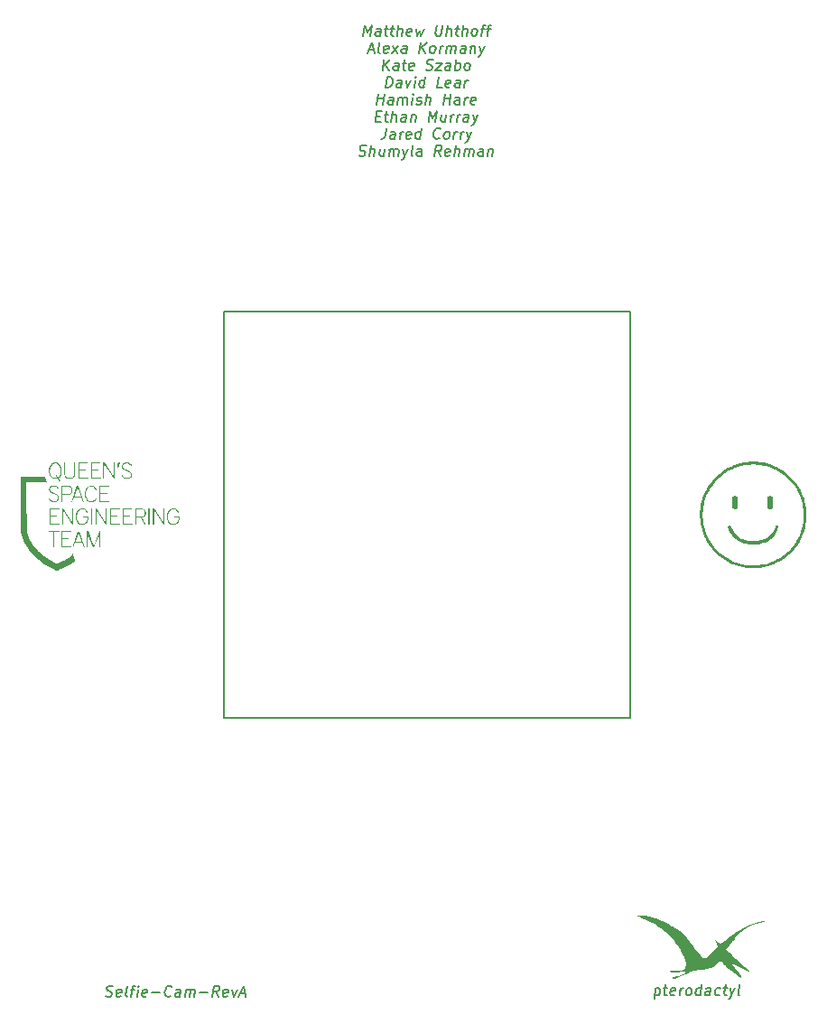
<source format=gto>
G04 #@! TF.GenerationSoftware,KiCad,Pcbnew,(6.0.7-1)-1*
G04 #@! TF.CreationDate,2023-04-16T23:23:24-04:00*
G04 #@! TF.ProjectId,camm-brd,63616d6d-2d62-4726-942e-6b696361645f,rev?*
G04 #@! TF.SameCoordinates,Original*
G04 #@! TF.FileFunction,Legend,Top*
G04 #@! TF.FilePolarity,Positive*
%FSLAX46Y46*%
G04 Gerber Fmt 4.6, Leading zero omitted, Abs format (unit mm)*
G04 Created by KiCad (PCBNEW (6.0.7-1)-1) date 2023-04-16 23:23:24*
%MOMM*%
%LPD*%
G01*
G04 APERTURE LIST*
%ADD10C,0.150000*%
%ADD11C,4.400000*%
%ADD12C,2.600000*%
%ADD13C,6.400000*%
%ADD14C,3.600000*%
G04 APERTURE END LIST*
D10*
X148329375Y-51967380D02*
X148454375Y-50967380D01*
X148698422Y-51681666D01*
X149121041Y-50967380D01*
X148996041Y-51967380D01*
X149900803Y-51967380D02*
X149966279Y-51443571D01*
X149930565Y-51348333D01*
X149841279Y-51300714D01*
X149650803Y-51300714D01*
X149549613Y-51348333D01*
X149906755Y-51919761D02*
X149805565Y-51967380D01*
X149567470Y-51967380D01*
X149478184Y-51919761D01*
X149442470Y-51824523D01*
X149454375Y-51729285D01*
X149513898Y-51634047D01*
X149615089Y-51586428D01*
X149853184Y-51586428D01*
X149954375Y-51538809D01*
X150317470Y-51300714D02*
X150698422Y-51300714D01*
X150501994Y-50967380D02*
X150394851Y-51824523D01*
X150430565Y-51919761D01*
X150519851Y-51967380D01*
X150615089Y-51967380D01*
X150888898Y-51300714D02*
X151269851Y-51300714D01*
X151073422Y-50967380D02*
X150966279Y-51824523D01*
X151001994Y-51919761D01*
X151091279Y-51967380D01*
X151186517Y-51967380D01*
X151519851Y-51967380D02*
X151644851Y-50967380D01*
X151948422Y-51967380D02*
X152013898Y-51443571D01*
X151978184Y-51348333D01*
X151888898Y-51300714D01*
X151746041Y-51300714D01*
X151644851Y-51348333D01*
X151591279Y-51395952D01*
X152811517Y-51919761D02*
X152710327Y-51967380D01*
X152519851Y-51967380D01*
X152430565Y-51919761D01*
X152394851Y-51824523D01*
X152442470Y-51443571D01*
X152501994Y-51348333D01*
X152603184Y-51300714D01*
X152793660Y-51300714D01*
X152882946Y-51348333D01*
X152918660Y-51443571D01*
X152906755Y-51538809D01*
X152418660Y-51634047D01*
X153269851Y-51300714D02*
X153376994Y-51967380D01*
X153626994Y-51491190D01*
X153757946Y-51967380D01*
X154031755Y-51300714D01*
X155216279Y-50967380D02*
X155115089Y-51776904D01*
X155150803Y-51872142D01*
X155192470Y-51919761D01*
X155281755Y-51967380D01*
X155472232Y-51967380D01*
X155573422Y-51919761D01*
X155626994Y-51872142D01*
X155686517Y-51776904D01*
X155787708Y-50967380D01*
X156138898Y-51967380D02*
X156263898Y-50967380D01*
X156567470Y-51967380D02*
X156632946Y-51443571D01*
X156597232Y-51348333D01*
X156507946Y-51300714D01*
X156365089Y-51300714D01*
X156263898Y-51348333D01*
X156210327Y-51395952D01*
X156984136Y-51300714D02*
X157365089Y-51300714D01*
X157168660Y-50967380D02*
X157061517Y-51824523D01*
X157097232Y-51919761D01*
X157186517Y-51967380D01*
X157281755Y-51967380D01*
X157615089Y-51967380D02*
X157740089Y-50967380D01*
X158043660Y-51967380D02*
X158109136Y-51443571D01*
X158073422Y-51348333D01*
X157984136Y-51300714D01*
X157841279Y-51300714D01*
X157740089Y-51348333D01*
X157686517Y-51395952D01*
X158662708Y-51967380D02*
X158573422Y-51919761D01*
X158531755Y-51872142D01*
X158496041Y-51776904D01*
X158531755Y-51491190D01*
X158591279Y-51395952D01*
X158644851Y-51348333D01*
X158746041Y-51300714D01*
X158888898Y-51300714D01*
X158978184Y-51348333D01*
X159019851Y-51395952D01*
X159055565Y-51491190D01*
X159019851Y-51776904D01*
X158960327Y-51872142D01*
X158906755Y-51919761D01*
X158805565Y-51967380D01*
X158662708Y-51967380D01*
X159365089Y-51300714D02*
X159746041Y-51300714D01*
X159424613Y-51967380D02*
X159531755Y-51110238D01*
X159591279Y-51015000D01*
X159692470Y-50967380D01*
X159787708Y-50967380D01*
X159936517Y-51300714D02*
X160317470Y-51300714D01*
X159996041Y-51967380D02*
X160103184Y-51110238D01*
X160162708Y-51015000D01*
X160263898Y-50967380D01*
X160359136Y-50967380D01*
X148865089Y-53291666D02*
X149341279Y-53291666D01*
X148734136Y-53577380D02*
X149192470Y-52577380D01*
X149400803Y-53577380D01*
X149876994Y-53577380D02*
X149787708Y-53529761D01*
X149751994Y-53434523D01*
X149859136Y-52577380D01*
X150644851Y-53529761D02*
X150543660Y-53577380D01*
X150353184Y-53577380D01*
X150263898Y-53529761D01*
X150228184Y-53434523D01*
X150275803Y-53053571D01*
X150335327Y-52958333D01*
X150436517Y-52910714D01*
X150626994Y-52910714D01*
X150716279Y-52958333D01*
X150751994Y-53053571D01*
X150740089Y-53148809D01*
X150251994Y-53244047D01*
X151019851Y-53577380D02*
X151626994Y-52910714D01*
X151103184Y-52910714D02*
X151543660Y-53577380D01*
X152353184Y-53577380D02*
X152418660Y-53053571D01*
X152382946Y-52958333D01*
X152293660Y-52910714D01*
X152103184Y-52910714D01*
X152001994Y-52958333D01*
X152359136Y-53529761D02*
X152257946Y-53577380D01*
X152019851Y-53577380D01*
X151930565Y-53529761D01*
X151894851Y-53434523D01*
X151906755Y-53339285D01*
X151966279Y-53244047D01*
X152067470Y-53196428D01*
X152305565Y-53196428D01*
X152406755Y-53148809D01*
X153591279Y-53577380D02*
X153716279Y-52577380D01*
X154162708Y-53577380D02*
X153805565Y-53005952D01*
X154287708Y-52577380D02*
X153644851Y-53148809D01*
X154734136Y-53577380D02*
X154644851Y-53529761D01*
X154603184Y-53482142D01*
X154567470Y-53386904D01*
X154603184Y-53101190D01*
X154662708Y-53005952D01*
X154716279Y-52958333D01*
X154817470Y-52910714D01*
X154960327Y-52910714D01*
X155049613Y-52958333D01*
X155091279Y-53005952D01*
X155126994Y-53101190D01*
X155091279Y-53386904D01*
X155031755Y-53482142D01*
X154978184Y-53529761D01*
X154876994Y-53577380D01*
X154734136Y-53577380D01*
X155496041Y-53577380D02*
X155579375Y-52910714D01*
X155555565Y-53101190D02*
X155615089Y-53005952D01*
X155668660Y-52958333D01*
X155769851Y-52910714D01*
X155865089Y-52910714D01*
X156115089Y-53577380D02*
X156198422Y-52910714D01*
X156186517Y-53005952D02*
X156240089Y-52958333D01*
X156341279Y-52910714D01*
X156484136Y-52910714D01*
X156573422Y-52958333D01*
X156609136Y-53053571D01*
X156543660Y-53577380D01*
X156609136Y-53053571D02*
X156668660Y-52958333D01*
X156769851Y-52910714D01*
X156912708Y-52910714D01*
X157001994Y-52958333D01*
X157037708Y-53053571D01*
X156972232Y-53577380D01*
X157876994Y-53577380D02*
X157942470Y-53053571D01*
X157906755Y-52958333D01*
X157817470Y-52910714D01*
X157626994Y-52910714D01*
X157525803Y-52958333D01*
X157882946Y-53529761D02*
X157781755Y-53577380D01*
X157543660Y-53577380D01*
X157454375Y-53529761D01*
X157418660Y-53434523D01*
X157430565Y-53339285D01*
X157490089Y-53244047D01*
X157591279Y-53196428D01*
X157829375Y-53196428D01*
X157930565Y-53148809D01*
X158436517Y-52910714D02*
X158353184Y-53577380D01*
X158424613Y-53005952D02*
X158478184Y-52958333D01*
X158579375Y-52910714D01*
X158722232Y-52910714D01*
X158811517Y-52958333D01*
X158847232Y-53053571D01*
X158781755Y-53577380D01*
X159246041Y-52910714D02*
X159400803Y-53577380D01*
X159722232Y-52910714D02*
X159400803Y-53577380D01*
X159275803Y-53815476D01*
X159222232Y-53863095D01*
X159121041Y-53910714D01*
X150162708Y-55187380D02*
X150287708Y-54187380D01*
X150734136Y-55187380D02*
X150376994Y-54615952D01*
X150859136Y-54187380D02*
X150216279Y-54758809D01*
X151591279Y-55187380D02*
X151656755Y-54663571D01*
X151621041Y-54568333D01*
X151531755Y-54520714D01*
X151341279Y-54520714D01*
X151240089Y-54568333D01*
X151597232Y-55139761D02*
X151496041Y-55187380D01*
X151257946Y-55187380D01*
X151168660Y-55139761D01*
X151132946Y-55044523D01*
X151144851Y-54949285D01*
X151204375Y-54854047D01*
X151305565Y-54806428D01*
X151543660Y-54806428D01*
X151644851Y-54758809D01*
X152007946Y-54520714D02*
X152388898Y-54520714D01*
X152192470Y-54187380D02*
X152085327Y-55044523D01*
X152121041Y-55139761D01*
X152210327Y-55187380D01*
X152305565Y-55187380D01*
X153025803Y-55139761D02*
X152924613Y-55187380D01*
X152734136Y-55187380D01*
X152644851Y-55139761D01*
X152609136Y-55044523D01*
X152656755Y-54663571D01*
X152716279Y-54568333D01*
X152817470Y-54520714D01*
X153007946Y-54520714D01*
X153097232Y-54568333D01*
X153132946Y-54663571D01*
X153121041Y-54758809D01*
X152632946Y-54854047D01*
X154216279Y-55139761D02*
X154353184Y-55187380D01*
X154591279Y-55187380D01*
X154692470Y-55139761D01*
X154746041Y-55092142D01*
X154805565Y-54996904D01*
X154817470Y-54901666D01*
X154781755Y-54806428D01*
X154740089Y-54758809D01*
X154650803Y-54711190D01*
X154466279Y-54663571D01*
X154376994Y-54615952D01*
X154335327Y-54568333D01*
X154299613Y-54473095D01*
X154311517Y-54377857D01*
X154371041Y-54282619D01*
X154424613Y-54235000D01*
X154525803Y-54187380D01*
X154763898Y-54187380D01*
X154900803Y-54235000D01*
X155198422Y-54520714D02*
X155722232Y-54520714D01*
X155115089Y-55187380D01*
X155638898Y-55187380D01*
X156448422Y-55187380D02*
X156513898Y-54663571D01*
X156478184Y-54568333D01*
X156388898Y-54520714D01*
X156198422Y-54520714D01*
X156097232Y-54568333D01*
X156454375Y-55139761D02*
X156353184Y-55187380D01*
X156115089Y-55187380D01*
X156025803Y-55139761D01*
X155990089Y-55044523D01*
X156001994Y-54949285D01*
X156061517Y-54854047D01*
X156162708Y-54806428D01*
X156400803Y-54806428D01*
X156501994Y-54758809D01*
X156924613Y-55187380D02*
X157049613Y-54187380D01*
X157001994Y-54568333D02*
X157103184Y-54520714D01*
X157293660Y-54520714D01*
X157382946Y-54568333D01*
X157424613Y-54615952D01*
X157460327Y-54711190D01*
X157424613Y-54996904D01*
X157365089Y-55092142D01*
X157311517Y-55139761D01*
X157210327Y-55187380D01*
X157019851Y-55187380D01*
X156930565Y-55139761D01*
X157972232Y-55187380D02*
X157882946Y-55139761D01*
X157841279Y-55092142D01*
X157805565Y-54996904D01*
X157841279Y-54711190D01*
X157900803Y-54615952D01*
X157954375Y-54568333D01*
X158055565Y-54520714D01*
X158198422Y-54520714D01*
X158287708Y-54568333D01*
X158329375Y-54615952D01*
X158365089Y-54711190D01*
X158329375Y-54996904D01*
X158269851Y-55092142D01*
X158216279Y-55139761D01*
X158115089Y-55187380D01*
X157972232Y-55187380D01*
X150448422Y-56797380D02*
X150573422Y-55797380D01*
X150811517Y-55797380D01*
X150948422Y-55845000D01*
X151031755Y-55940238D01*
X151067470Y-56035476D01*
X151091279Y-56225952D01*
X151073422Y-56368809D01*
X151001994Y-56559285D01*
X150942470Y-56654523D01*
X150835327Y-56749761D01*
X150686517Y-56797380D01*
X150448422Y-56797380D01*
X151876994Y-56797380D02*
X151942470Y-56273571D01*
X151906755Y-56178333D01*
X151817470Y-56130714D01*
X151626994Y-56130714D01*
X151525803Y-56178333D01*
X151882946Y-56749761D02*
X151781755Y-56797380D01*
X151543660Y-56797380D01*
X151454375Y-56749761D01*
X151418660Y-56654523D01*
X151430565Y-56559285D01*
X151490089Y-56464047D01*
X151591279Y-56416428D01*
X151829375Y-56416428D01*
X151930565Y-56368809D01*
X152341279Y-56130714D02*
X152496041Y-56797380D01*
X152817470Y-56130714D01*
X153115089Y-56797380D02*
X153198422Y-56130714D01*
X153240089Y-55797380D02*
X153186517Y-55845000D01*
X153228184Y-55892619D01*
X153281755Y-55845000D01*
X153240089Y-55797380D01*
X153228184Y-55892619D01*
X154019851Y-56797380D02*
X154144851Y-55797380D01*
X154025803Y-56749761D02*
X153924613Y-56797380D01*
X153734136Y-56797380D01*
X153644851Y-56749761D01*
X153603184Y-56702142D01*
X153567470Y-56606904D01*
X153603184Y-56321190D01*
X153662708Y-56225952D01*
X153716279Y-56178333D01*
X153817470Y-56130714D01*
X154007946Y-56130714D01*
X154097232Y-56178333D01*
X155734136Y-56797380D02*
X155257946Y-56797380D01*
X155382946Y-55797380D01*
X156454375Y-56749761D02*
X156353184Y-56797380D01*
X156162708Y-56797380D01*
X156073422Y-56749761D01*
X156037708Y-56654523D01*
X156085327Y-56273571D01*
X156144851Y-56178333D01*
X156246041Y-56130714D01*
X156436517Y-56130714D01*
X156525803Y-56178333D01*
X156561517Y-56273571D01*
X156549613Y-56368809D01*
X156061517Y-56464047D01*
X157353184Y-56797380D02*
X157418660Y-56273571D01*
X157382946Y-56178333D01*
X157293660Y-56130714D01*
X157103184Y-56130714D01*
X157001994Y-56178333D01*
X157359136Y-56749761D02*
X157257946Y-56797380D01*
X157019851Y-56797380D01*
X156930565Y-56749761D01*
X156894851Y-56654523D01*
X156906755Y-56559285D01*
X156966279Y-56464047D01*
X157067470Y-56416428D01*
X157305565Y-56416428D01*
X157406755Y-56368809D01*
X157829375Y-56797380D02*
X157912708Y-56130714D01*
X157888898Y-56321190D02*
X157948422Y-56225952D01*
X158001994Y-56178333D01*
X158103184Y-56130714D01*
X158198422Y-56130714D01*
X149615089Y-58407380D02*
X149740089Y-57407380D01*
X149680565Y-57883571D02*
X150251994Y-57883571D01*
X150186517Y-58407380D02*
X150311517Y-57407380D01*
X151091279Y-58407380D02*
X151156755Y-57883571D01*
X151121041Y-57788333D01*
X151031755Y-57740714D01*
X150841279Y-57740714D01*
X150740089Y-57788333D01*
X151097232Y-58359761D02*
X150996041Y-58407380D01*
X150757946Y-58407380D01*
X150668660Y-58359761D01*
X150632946Y-58264523D01*
X150644851Y-58169285D01*
X150704375Y-58074047D01*
X150805565Y-58026428D01*
X151043660Y-58026428D01*
X151144851Y-57978809D01*
X151567470Y-58407380D02*
X151650803Y-57740714D01*
X151638898Y-57835952D02*
X151692470Y-57788333D01*
X151793660Y-57740714D01*
X151936517Y-57740714D01*
X152025803Y-57788333D01*
X152061517Y-57883571D01*
X151996041Y-58407380D01*
X152061517Y-57883571D02*
X152121041Y-57788333D01*
X152222232Y-57740714D01*
X152365089Y-57740714D01*
X152454375Y-57788333D01*
X152490089Y-57883571D01*
X152424613Y-58407380D01*
X152900803Y-58407380D02*
X152984136Y-57740714D01*
X153025803Y-57407380D02*
X152972232Y-57455000D01*
X153013898Y-57502619D01*
X153067470Y-57455000D01*
X153025803Y-57407380D01*
X153013898Y-57502619D01*
X153335327Y-58359761D02*
X153424613Y-58407380D01*
X153615089Y-58407380D01*
X153716279Y-58359761D01*
X153775803Y-58264523D01*
X153781755Y-58216904D01*
X153746041Y-58121666D01*
X153656755Y-58074047D01*
X153513898Y-58074047D01*
X153424613Y-58026428D01*
X153388898Y-57931190D01*
X153394851Y-57883571D01*
X153454375Y-57788333D01*
X153555565Y-57740714D01*
X153698422Y-57740714D01*
X153787708Y-57788333D01*
X154186517Y-58407380D02*
X154311517Y-57407380D01*
X154615089Y-58407380D02*
X154680565Y-57883571D01*
X154644851Y-57788333D01*
X154555565Y-57740714D01*
X154412708Y-57740714D01*
X154311517Y-57788333D01*
X154257946Y-57835952D01*
X155853184Y-58407380D02*
X155978184Y-57407380D01*
X155918660Y-57883571D02*
X156490089Y-57883571D01*
X156424613Y-58407380D02*
X156549613Y-57407380D01*
X157329375Y-58407380D02*
X157394851Y-57883571D01*
X157359136Y-57788333D01*
X157269851Y-57740714D01*
X157079375Y-57740714D01*
X156978184Y-57788333D01*
X157335327Y-58359761D02*
X157234136Y-58407380D01*
X156996041Y-58407380D01*
X156906755Y-58359761D01*
X156871041Y-58264523D01*
X156882946Y-58169285D01*
X156942470Y-58074047D01*
X157043660Y-58026428D01*
X157281755Y-58026428D01*
X157382946Y-57978809D01*
X157805565Y-58407380D02*
X157888898Y-57740714D01*
X157865089Y-57931190D02*
X157924613Y-57835952D01*
X157978184Y-57788333D01*
X158079375Y-57740714D01*
X158174613Y-57740714D01*
X158811517Y-58359761D02*
X158710327Y-58407380D01*
X158519851Y-58407380D01*
X158430565Y-58359761D01*
X158394851Y-58264523D01*
X158442470Y-57883571D01*
X158501994Y-57788333D01*
X158603184Y-57740714D01*
X158793660Y-57740714D01*
X158882946Y-57788333D01*
X158918660Y-57883571D01*
X158906755Y-57978809D01*
X158418660Y-58074047D01*
X149561517Y-59493571D02*
X149894851Y-59493571D01*
X149972232Y-60017380D02*
X149496041Y-60017380D01*
X149621041Y-59017380D01*
X150097232Y-59017380D01*
X150341279Y-59350714D02*
X150722232Y-59350714D01*
X150525803Y-59017380D02*
X150418660Y-59874523D01*
X150454375Y-59969761D01*
X150543660Y-60017380D01*
X150638898Y-60017380D01*
X150972232Y-60017380D02*
X151097232Y-59017380D01*
X151400803Y-60017380D02*
X151466279Y-59493571D01*
X151430565Y-59398333D01*
X151341279Y-59350714D01*
X151198422Y-59350714D01*
X151097232Y-59398333D01*
X151043660Y-59445952D01*
X152305565Y-60017380D02*
X152371041Y-59493571D01*
X152335327Y-59398333D01*
X152246041Y-59350714D01*
X152055565Y-59350714D01*
X151954375Y-59398333D01*
X152311517Y-59969761D02*
X152210327Y-60017380D01*
X151972232Y-60017380D01*
X151882946Y-59969761D01*
X151847232Y-59874523D01*
X151859136Y-59779285D01*
X151918660Y-59684047D01*
X152019851Y-59636428D01*
X152257946Y-59636428D01*
X152359136Y-59588809D01*
X152865089Y-59350714D02*
X152781755Y-60017380D01*
X152853184Y-59445952D02*
X152906755Y-59398333D01*
X153007946Y-59350714D01*
X153150803Y-59350714D01*
X153240089Y-59398333D01*
X153275803Y-59493571D01*
X153210327Y-60017380D01*
X154448422Y-60017380D02*
X154573422Y-59017380D01*
X154817470Y-59731666D01*
X155240089Y-59017380D01*
X155115089Y-60017380D01*
X156103184Y-59350714D02*
X156019851Y-60017380D01*
X155674613Y-59350714D02*
X155609136Y-59874523D01*
X155644851Y-59969761D01*
X155734136Y-60017380D01*
X155876994Y-60017380D01*
X155978184Y-59969761D01*
X156031755Y-59922142D01*
X156496041Y-60017380D02*
X156579375Y-59350714D01*
X156555565Y-59541190D02*
X156615089Y-59445952D01*
X156668660Y-59398333D01*
X156769851Y-59350714D01*
X156865089Y-59350714D01*
X157115089Y-60017380D02*
X157198422Y-59350714D01*
X157174613Y-59541190D02*
X157234136Y-59445952D01*
X157287708Y-59398333D01*
X157388898Y-59350714D01*
X157484136Y-59350714D01*
X158162708Y-60017380D02*
X158228184Y-59493571D01*
X158192470Y-59398333D01*
X158103184Y-59350714D01*
X157912708Y-59350714D01*
X157811517Y-59398333D01*
X158168660Y-59969761D02*
X158067470Y-60017380D01*
X157829375Y-60017380D01*
X157740089Y-59969761D01*
X157704375Y-59874523D01*
X157716279Y-59779285D01*
X157775803Y-59684047D01*
X157876994Y-59636428D01*
X158115089Y-59636428D01*
X158216279Y-59588809D01*
X158626994Y-59350714D02*
X158781755Y-60017380D01*
X159103184Y-59350714D02*
X158781755Y-60017380D01*
X158656755Y-60255476D01*
X158603184Y-60303095D01*
X158501994Y-60350714D01*
X150501994Y-60627380D02*
X150412708Y-61341666D01*
X150347232Y-61484523D01*
X150240089Y-61579761D01*
X150091279Y-61627380D01*
X149996041Y-61627380D01*
X151281755Y-61627380D02*
X151347232Y-61103571D01*
X151311517Y-61008333D01*
X151222232Y-60960714D01*
X151031755Y-60960714D01*
X150930565Y-61008333D01*
X151287708Y-61579761D02*
X151186517Y-61627380D01*
X150948422Y-61627380D01*
X150859136Y-61579761D01*
X150823422Y-61484523D01*
X150835327Y-61389285D01*
X150894851Y-61294047D01*
X150996041Y-61246428D01*
X151234136Y-61246428D01*
X151335327Y-61198809D01*
X151757946Y-61627380D02*
X151841279Y-60960714D01*
X151817470Y-61151190D02*
X151876994Y-61055952D01*
X151930565Y-61008333D01*
X152031755Y-60960714D01*
X152126994Y-60960714D01*
X152763898Y-61579761D02*
X152662708Y-61627380D01*
X152472232Y-61627380D01*
X152382946Y-61579761D01*
X152347232Y-61484523D01*
X152394851Y-61103571D01*
X152454375Y-61008333D01*
X152555565Y-60960714D01*
X152746041Y-60960714D01*
X152835327Y-61008333D01*
X152871041Y-61103571D01*
X152859136Y-61198809D01*
X152371041Y-61294047D01*
X153662708Y-61627380D02*
X153787708Y-60627380D01*
X153668660Y-61579761D02*
X153567470Y-61627380D01*
X153376994Y-61627380D01*
X153287708Y-61579761D01*
X153246041Y-61532142D01*
X153210327Y-61436904D01*
X153246041Y-61151190D01*
X153305565Y-61055952D01*
X153359136Y-61008333D01*
X153460327Y-60960714D01*
X153650803Y-60960714D01*
X153740089Y-61008333D01*
X155484136Y-61532142D02*
X155430565Y-61579761D01*
X155281755Y-61627380D01*
X155186517Y-61627380D01*
X155049613Y-61579761D01*
X154966279Y-61484523D01*
X154930565Y-61389285D01*
X154906755Y-61198809D01*
X154924613Y-61055952D01*
X154996041Y-60865476D01*
X155055565Y-60770238D01*
X155162708Y-60675000D01*
X155311517Y-60627380D01*
X155406755Y-60627380D01*
X155543660Y-60675000D01*
X155585327Y-60722619D01*
X156043660Y-61627380D02*
X155954375Y-61579761D01*
X155912708Y-61532142D01*
X155876994Y-61436904D01*
X155912708Y-61151190D01*
X155972232Y-61055952D01*
X156025803Y-61008333D01*
X156126994Y-60960714D01*
X156269851Y-60960714D01*
X156359136Y-61008333D01*
X156400803Y-61055952D01*
X156436517Y-61151190D01*
X156400803Y-61436904D01*
X156341279Y-61532142D01*
X156287708Y-61579761D01*
X156186517Y-61627380D01*
X156043660Y-61627380D01*
X156805565Y-61627380D02*
X156888898Y-60960714D01*
X156865089Y-61151190D02*
X156924613Y-61055952D01*
X156978184Y-61008333D01*
X157079375Y-60960714D01*
X157174613Y-60960714D01*
X157424613Y-61627380D02*
X157507946Y-60960714D01*
X157484136Y-61151190D02*
X157543660Y-61055952D01*
X157597232Y-61008333D01*
X157698422Y-60960714D01*
X157793660Y-60960714D01*
X158031755Y-60960714D02*
X158186517Y-61627380D01*
X158507946Y-60960714D02*
X158186517Y-61627380D01*
X158061517Y-61865476D01*
X158007946Y-61913095D01*
X157906755Y-61960714D01*
X147930565Y-63189761D02*
X148067470Y-63237380D01*
X148305565Y-63237380D01*
X148406755Y-63189761D01*
X148460327Y-63142142D01*
X148519851Y-63046904D01*
X148531755Y-62951666D01*
X148496041Y-62856428D01*
X148454375Y-62808809D01*
X148365089Y-62761190D01*
X148180565Y-62713571D01*
X148091279Y-62665952D01*
X148049613Y-62618333D01*
X148013898Y-62523095D01*
X148025803Y-62427857D01*
X148085327Y-62332619D01*
X148138898Y-62285000D01*
X148240089Y-62237380D01*
X148478184Y-62237380D01*
X148615089Y-62285000D01*
X148924613Y-63237380D02*
X149049613Y-62237380D01*
X149353184Y-63237380D02*
X149418660Y-62713571D01*
X149382946Y-62618333D01*
X149293660Y-62570714D01*
X149150803Y-62570714D01*
X149049613Y-62618333D01*
X148996041Y-62665952D01*
X150341279Y-62570714D02*
X150257946Y-63237380D01*
X149912708Y-62570714D02*
X149847232Y-63094523D01*
X149882946Y-63189761D01*
X149972232Y-63237380D01*
X150115089Y-63237380D01*
X150216279Y-63189761D01*
X150269851Y-63142142D01*
X150734136Y-63237380D02*
X150817470Y-62570714D01*
X150805565Y-62665952D02*
X150859136Y-62618333D01*
X150960327Y-62570714D01*
X151103184Y-62570714D01*
X151192470Y-62618333D01*
X151228184Y-62713571D01*
X151162708Y-63237380D01*
X151228184Y-62713571D02*
X151287708Y-62618333D01*
X151388898Y-62570714D01*
X151531755Y-62570714D01*
X151621041Y-62618333D01*
X151656755Y-62713571D01*
X151591279Y-63237380D01*
X152055565Y-62570714D02*
X152210327Y-63237380D01*
X152531755Y-62570714D02*
X152210327Y-63237380D01*
X152085327Y-63475476D01*
X152031755Y-63523095D01*
X151930565Y-63570714D01*
X152972232Y-63237380D02*
X152882946Y-63189761D01*
X152847232Y-63094523D01*
X152954375Y-62237380D01*
X153781755Y-63237380D02*
X153847232Y-62713571D01*
X153811517Y-62618333D01*
X153722232Y-62570714D01*
X153531755Y-62570714D01*
X153430565Y-62618333D01*
X153787708Y-63189761D02*
X153686517Y-63237380D01*
X153448422Y-63237380D01*
X153359136Y-63189761D01*
X153323422Y-63094523D01*
X153335327Y-62999285D01*
X153394851Y-62904047D01*
X153496041Y-62856428D01*
X153734136Y-62856428D01*
X153835327Y-62808809D01*
X155591279Y-63237380D02*
X155317470Y-62761190D01*
X155019851Y-63237380D02*
X155144851Y-62237380D01*
X155525803Y-62237380D01*
X155615089Y-62285000D01*
X155656755Y-62332619D01*
X155692470Y-62427857D01*
X155674613Y-62570714D01*
X155615089Y-62665952D01*
X155561517Y-62713571D01*
X155460327Y-62761190D01*
X155079375Y-62761190D01*
X156406755Y-63189761D02*
X156305565Y-63237380D01*
X156115089Y-63237380D01*
X156025803Y-63189761D01*
X155990089Y-63094523D01*
X156037708Y-62713571D01*
X156097232Y-62618333D01*
X156198422Y-62570714D01*
X156388898Y-62570714D01*
X156478184Y-62618333D01*
X156513898Y-62713571D01*
X156501994Y-62808809D01*
X156013898Y-62904047D01*
X156876994Y-63237380D02*
X157001994Y-62237380D01*
X157305565Y-63237380D02*
X157371041Y-62713571D01*
X157335327Y-62618333D01*
X157246041Y-62570714D01*
X157103184Y-62570714D01*
X157001994Y-62618333D01*
X156948422Y-62665952D01*
X157781755Y-63237380D02*
X157865089Y-62570714D01*
X157853184Y-62665952D02*
X157906755Y-62618333D01*
X158007946Y-62570714D01*
X158150803Y-62570714D01*
X158240089Y-62618333D01*
X158275803Y-62713571D01*
X158210327Y-63237380D01*
X158275803Y-62713571D02*
X158335327Y-62618333D01*
X158436517Y-62570714D01*
X158579375Y-62570714D01*
X158668660Y-62618333D01*
X158704375Y-62713571D01*
X158638898Y-63237380D01*
X159543660Y-63237380D02*
X159609136Y-62713571D01*
X159573422Y-62618333D01*
X159484136Y-62570714D01*
X159293660Y-62570714D01*
X159192470Y-62618333D01*
X159549613Y-63189761D02*
X159448422Y-63237380D01*
X159210327Y-63237380D01*
X159121041Y-63189761D01*
X159085327Y-63094523D01*
X159097232Y-62999285D01*
X159156755Y-62904047D01*
X159257946Y-62856428D01*
X159496041Y-62856428D01*
X159597232Y-62808809D01*
X160103184Y-62570714D02*
X160019851Y-63237380D01*
X160091279Y-62665952D02*
X160144851Y-62618333D01*
X160246041Y-62570714D01*
X160388898Y-62570714D01*
X160478184Y-62618333D01*
X160513898Y-62713571D01*
X160448422Y-63237380D01*
X175741279Y-141263714D02*
X175616279Y-142263714D01*
X175735327Y-141311333D02*
X175836517Y-141263714D01*
X176026994Y-141263714D01*
X176116279Y-141311333D01*
X176157946Y-141358952D01*
X176193660Y-141454190D01*
X176157946Y-141739904D01*
X176098422Y-141835142D01*
X176044851Y-141882761D01*
X175943660Y-141930380D01*
X175753184Y-141930380D01*
X175663898Y-141882761D01*
X176503184Y-141263714D02*
X176884136Y-141263714D01*
X176687708Y-140930380D02*
X176580565Y-141787523D01*
X176616279Y-141882761D01*
X176705565Y-141930380D01*
X176800803Y-141930380D01*
X177521041Y-141882761D02*
X177419851Y-141930380D01*
X177229375Y-141930380D01*
X177140089Y-141882761D01*
X177104375Y-141787523D01*
X177151994Y-141406571D01*
X177211517Y-141311333D01*
X177312708Y-141263714D01*
X177503184Y-141263714D01*
X177592470Y-141311333D01*
X177628184Y-141406571D01*
X177616279Y-141501809D01*
X177128184Y-141597047D01*
X177991279Y-141930380D02*
X178074613Y-141263714D01*
X178050803Y-141454190D02*
X178110327Y-141358952D01*
X178163898Y-141311333D01*
X178265089Y-141263714D01*
X178360327Y-141263714D01*
X178753184Y-141930380D02*
X178663898Y-141882761D01*
X178622232Y-141835142D01*
X178586517Y-141739904D01*
X178622232Y-141454190D01*
X178681755Y-141358952D01*
X178735327Y-141311333D01*
X178836517Y-141263714D01*
X178979375Y-141263714D01*
X179068660Y-141311333D01*
X179110327Y-141358952D01*
X179146041Y-141454190D01*
X179110327Y-141739904D01*
X179050803Y-141835142D01*
X178997232Y-141882761D01*
X178896041Y-141930380D01*
X178753184Y-141930380D01*
X179943660Y-141930380D02*
X180068660Y-140930380D01*
X179949613Y-141882761D02*
X179848422Y-141930380D01*
X179657946Y-141930380D01*
X179568660Y-141882761D01*
X179526994Y-141835142D01*
X179491279Y-141739904D01*
X179526994Y-141454190D01*
X179586517Y-141358952D01*
X179640089Y-141311333D01*
X179741279Y-141263714D01*
X179931755Y-141263714D01*
X180021041Y-141311333D01*
X180848422Y-141930380D02*
X180913898Y-141406571D01*
X180878184Y-141311333D01*
X180788898Y-141263714D01*
X180598422Y-141263714D01*
X180497232Y-141311333D01*
X180854375Y-141882761D02*
X180753184Y-141930380D01*
X180515089Y-141930380D01*
X180425803Y-141882761D01*
X180390089Y-141787523D01*
X180401994Y-141692285D01*
X180461517Y-141597047D01*
X180562708Y-141549428D01*
X180800803Y-141549428D01*
X180901994Y-141501809D01*
X181759136Y-141882761D02*
X181657946Y-141930380D01*
X181467470Y-141930380D01*
X181378184Y-141882761D01*
X181336517Y-141835142D01*
X181300803Y-141739904D01*
X181336517Y-141454190D01*
X181396041Y-141358952D01*
X181449613Y-141311333D01*
X181550803Y-141263714D01*
X181741279Y-141263714D01*
X181830565Y-141311333D01*
X182122232Y-141263714D02*
X182503184Y-141263714D01*
X182306755Y-140930380D02*
X182199613Y-141787523D01*
X182235327Y-141882761D01*
X182324613Y-141930380D01*
X182419851Y-141930380D01*
X182741279Y-141263714D02*
X182896041Y-141930380D01*
X183217470Y-141263714D02*
X182896041Y-141930380D01*
X182771041Y-142168476D01*
X182717470Y-142216095D01*
X182616279Y-142263714D01*
X183657946Y-141930380D02*
X183568660Y-141882761D01*
X183532946Y-141787523D01*
X183640089Y-140930380D01*
X124197470Y-142009761D02*
X124334375Y-142057380D01*
X124572470Y-142057380D01*
X124673660Y-142009761D01*
X124727232Y-141962142D01*
X124786755Y-141866904D01*
X124798660Y-141771666D01*
X124762946Y-141676428D01*
X124721279Y-141628809D01*
X124631994Y-141581190D01*
X124447470Y-141533571D01*
X124358184Y-141485952D01*
X124316517Y-141438333D01*
X124280803Y-141343095D01*
X124292708Y-141247857D01*
X124352232Y-141152619D01*
X124405803Y-141105000D01*
X124506994Y-141057380D01*
X124745089Y-141057380D01*
X124881994Y-141105000D01*
X125578422Y-142009761D02*
X125477232Y-142057380D01*
X125286755Y-142057380D01*
X125197470Y-142009761D01*
X125161755Y-141914523D01*
X125209375Y-141533571D01*
X125268898Y-141438333D01*
X125370089Y-141390714D01*
X125560565Y-141390714D01*
X125649851Y-141438333D01*
X125685565Y-141533571D01*
X125673660Y-141628809D01*
X125185565Y-141724047D01*
X126191517Y-142057380D02*
X126102232Y-142009761D01*
X126066517Y-141914523D01*
X126173660Y-141057380D01*
X126512946Y-141390714D02*
X126893898Y-141390714D01*
X126572470Y-142057380D02*
X126679613Y-141200238D01*
X126739136Y-141105000D01*
X126840327Y-141057380D01*
X126935565Y-141057380D01*
X127143898Y-142057380D02*
X127227232Y-141390714D01*
X127268898Y-141057380D02*
X127215327Y-141105000D01*
X127256994Y-141152619D01*
X127310565Y-141105000D01*
X127268898Y-141057380D01*
X127256994Y-141152619D01*
X128006994Y-142009761D02*
X127905803Y-142057380D01*
X127715327Y-142057380D01*
X127626041Y-142009761D01*
X127590327Y-141914523D01*
X127637946Y-141533571D01*
X127697470Y-141438333D01*
X127798660Y-141390714D01*
X127989136Y-141390714D01*
X128078422Y-141438333D01*
X128114136Y-141533571D01*
X128102232Y-141628809D01*
X127614136Y-141724047D01*
X128524851Y-141676428D02*
X129286755Y-141676428D01*
X130298660Y-141962142D02*
X130245089Y-142009761D01*
X130096279Y-142057380D01*
X130001041Y-142057380D01*
X129864136Y-142009761D01*
X129780803Y-141914523D01*
X129745089Y-141819285D01*
X129721279Y-141628809D01*
X129739136Y-141485952D01*
X129810565Y-141295476D01*
X129870089Y-141200238D01*
X129977232Y-141105000D01*
X130126041Y-141057380D01*
X130221279Y-141057380D01*
X130358184Y-141105000D01*
X130399851Y-141152619D01*
X131143898Y-142057380D02*
X131209375Y-141533571D01*
X131173660Y-141438333D01*
X131084375Y-141390714D01*
X130893898Y-141390714D01*
X130792708Y-141438333D01*
X131149851Y-142009761D02*
X131048660Y-142057380D01*
X130810565Y-142057380D01*
X130721279Y-142009761D01*
X130685565Y-141914523D01*
X130697470Y-141819285D01*
X130756994Y-141724047D01*
X130858184Y-141676428D01*
X131096279Y-141676428D01*
X131197470Y-141628809D01*
X131620089Y-142057380D02*
X131703422Y-141390714D01*
X131691517Y-141485952D02*
X131745089Y-141438333D01*
X131846279Y-141390714D01*
X131989136Y-141390714D01*
X132078422Y-141438333D01*
X132114136Y-141533571D01*
X132048660Y-142057380D01*
X132114136Y-141533571D02*
X132173660Y-141438333D01*
X132274851Y-141390714D01*
X132417708Y-141390714D01*
X132506994Y-141438333D01*
X132542708Y-141533571D01*
X132477232Y-142057380D01*
X133001041Y-141676428D02*
X133762946Y-141676428D01*
X134762946Y-142057380D02*
X134489136Y-141581190D01*
X134191517Y-142057380D02*
X134316517Y-141057380D01*
X134697470Y-141057380D01*
X134786755Y-141105000D01*
X134828422Y-141152619D01*
X134864136Y-141247857D01*
X134846279Y-141390714D01*
X134786755Y-141485952D01*
X134733184Y-141533571D01*
X134631994Y-141581190D01*
X134251041Y-141581190D01*
X135578422Y-142009761D02*
X135477232Y-142057380D01*
X135286755Y-142057380D01*
X135197470Y-142009761D01*
X135161755Y-141914523D01*
X135209375Y-141533571D01*
X135268898Y-141438333D01*
X135370089Y-141390714D01*
X135560565Y-141390714D01*
X135649851Y-141438333D01*
X135685565Y-141533571D01*
X135673660Y-141628809D01*
X135185565Y-141724047D01*
X136036755Y-141390714D02*
X136191517Y-142057380D01*
X136512946Y-141390714D01*
X136798660Y-141771666D02*
X137274851Y-141771666D01*
X136667708Y-142057380D02*
X137126041Y-141057380D01*
X137334375Y-142057380D01*
X173355000Y-77851000D02*
X154305000Y-77851000D01*
X173355000Y-115951000D02*
X173355000Y-77851000D01*
X135255000Y-115951000D02*
X173355000Y-115951000D01*
X135255000Y-77851000D02*
X135255000Y-115951000D01*
X154305000Y-77851000D02*
X135255000Y-77851000D01*
G36*
X179922099Y-96579766D02*
G01*
X179952253Y-96265542D01*
X180001823Y-95955731D01*
X180070416Y-95651098D01*
X180157638Y-95352409D01*
X180263093Y-95060428D01*
X180386388Y-94775923D01*
X180527129Y-94499657D01*
X180684921Y-94232397D01*
X180859371Y-93974909D01*
X181050083Y-93727956D01*
X181256664Y-93492305D01*
X181478719Y-93268722D01*
X181715854Y-93057972D01*
X181967676Y-92860820D01*
X182004809Y-92833822D01*
X182264785Y-92659033D01*
X182534539Y-92501791D01*
X182813068Y-92362309D01*
X183099367Y-92240806D01*
X183392435Y-92137495D01*
X183691268Y-92052593D01*
X183994864Y-91986315D01*
X184302217Y-91938878D01*
X184612327Y-91910496D01*
X184924189Y-91901386D01*
X185236801Y-91911763D01*
X185549158Y-91941843D01*
X185860259Y-91991841D01*
X185891671Y-91998027D01*
X186203265Y-92070692D01*
X186507403Y-92162214D01*
X186803503Y-92272229D01*
X187090985Y-92400378D01*
X187369266Y-92546297D01*
X187637764Y-92709625D01*
X187895898Y-92890002D01*
X188143087Y-93087064D01*
X188378748Y-93300451D01*
X188602300Y-93529801D01*
X188813161Y-93774753D01*
X188874857Y-93852511D01*
X189041632Y-94081725D01*
X189197357Y-94325895D01*
X189340512Y-94581924D01*
X189469573Y-94846719D01*
X189583020Y-95117184D01*
X189679330Y-95390224D01*
X189748302Y-95628640D01*
X189819083Y-95941959D01*
X189869791Y-96256885D01*
X189900509Y-96572595D01*
X189911320Y-96888262D01*
X189902309Y-97203063D01*
X189873557Y-97516173D01*
X189825148Y-97826767D01*
X189757167Y-98134020D01*
X189669694Y-98437108D01*
X189562816Y-98735206D01*
X189436613Y-99027488D01*
X189396748Y-99110361D01*
X189254306Y-99379707D01*
X189098706Y-99635125D01*
X188928331Y-99878897D01*
X188741566Y-100113305D01*
X188536795Y-100340629D01*
X188494045Y-100384925D01*
X188268984Y-100602994D01*
X188037170Y-100802502D01*
X187796957Y-100984648D01*
X187546702Y-101150631D01*
X187284758Y-101301651D01*
X187121361Y-101385548D01*
X186828334Y-101518290D01*
X186529621Y-101631515D01*
X186225810Y-101725105D01*
X185917488Y-101798945D01*
X185605243Y-101852919D01*
X185289659Y-101886910D01*
X184971325Y-101900802D01*
X184650828Y-101894478D01*
X184575239Y-101890044D01*
X184260213Y-101859139D01*
X183949690Y-101808572D01*
X183644417Y-101738746D01*
X183345145Y-101650060D01*
X183052623Y-101542917D01*
X182767600Y-101417717D01*
X182490825Y-101274861D01*
X182223047Y-101114750D01*
X181965017Y-100937785D01*
X181717482Y-100744367D01*
X181481193Y-100534897D01*
X181256898Y-100309775D01*
X181045347Y-100069404D01*
X180949143Y-99949490D01*
X180768363Y-99700749D01*
X180603650Y-99440141D01*
X180455427Y-99168904D01*
X180324113Y-98888276D01*
X180210130Y-98599493D01*
X180113896Y-98303792D01*
X180035835Y-98002413D01*
X179976365Y-97696590D01*
X179935907Y-97387563D01*
X179914883Y-97076568D01*
X179911815Y-96901000D01*
X180182590Y-96901000D01*
X180183017Y-97022032D01*
X180184506Y-97126766D01*
X180187369Y-97219300D01*
X180191917Y-97303733D01*
X180198464Y-97384163D01*
X180207320Y-97464689D01*
X180218797Y-97549408D01*
X180233208Y-97642419D01*
X180243945Y-97707187D01*
X180304420Y-98004659D01*
X180384163Y-98296612D01*
X180482566Y-98582160D01*
X180599020Y-98860419D01*
X180732917Y-99130502D01*
X180883648Y-99391524D01*
X181050605Y-99642599D01*
X181233178Y-99882841D01*
X181430759Y-100111364D01*
X181642740Y-100327282D01*
X181868512Y-100529710D01*
X182107467Y-100717763D01*
X182358995Y-100890553D01*
X182484540Y-100968124D01*
X182752916Y-101116993D01*
X183027162Y-101246958D01*
X183308032Y-101358252D01*
X183596281Y-101451111D01*
X183892663Y-101525770D01*
X184197934Y-101582464D01*
X184512848Y-101621426D01*
X184610956Y-101629819D01*
X184653275Y-101631828D01*
X184712401Y-101632877D01*
X184784760Y-101633048D01*
X184866775Y-101632421D01*
X184954870Y-101631079D01*
X185045470Y-101629103D01*
X185135000Y-101626574D01*
X185219883Y-101623574D01*
X185296544Y-101620184D01*
X185361407Y-101616485D01*
X185410896Y-101612560D01*
X185422245Y-101611346D01*
X185737315Y-101564967D01*
X186043475Y-101500290D01*
X186341172Y-101417156D01*
X186630852Y-101315405D01*
X186912962Y-101194879D01*
X187187948Y-101055417D01*
X187456256Y-100896862D01*
X187493840Y-100872790D01*
X187737593Y-100703262D01*
X187971851Y-100516480D01*
X188195171Y-100313944D01*
X188406110Y-100097155D01*
X188603226Y-99867614D01*
X188785074Y-99626821D01*
X188950212Y-99376277D01*
X188979124Y-99328461D01*
X189127964Y-99060003D01*
X189258011Y-98785228D01*
X189369536Y-98503326D01*
X189462813Y-98213482D01*
X189538114Y-97914884D01*
X189595710Y-97606721D01*
X189623165Y-97406143D01*
X189629959Y-97332979D01*
X189635287Y-97243430D01*
X189639146Y-97141463D01*
X189641538Y-97031046D01*
X189642463Y-96916144D01*
X189641920Y-96800725D01*
X189639910Y-96688756D01*
X189636433Y-96584204D01*
X189631488Y-96491036D01*
X189625076Y-96413218D01*
X189623154Y-96395858D01*
X189578315Y-96089528D01*
X189517490Y-95794815D01*
X189440189Y-95510055D01*
X189345923Y-95233585D01*
X189234203Y-94963742D01*
X189150729Y-94788586D01*
X189001760Y-94513985D01*
X188836759Y-94251543D01*
X188656372Y-94001820D01*
X188461245Y-93765373D01*
X188252024Y-93542762D01*
X188029352Y-93334545D01*
X187793877Y-93141281D01*
X187546244Y-92963529D01*
X187287098Y-92801848D01*
X187017084Y-92656796D01*
X186736848Y-92528933D01*
X186447035Y-92418816D01*
X186391711Y-92400200D01*
X186138136Y-92325228D01*
X185870628Y-92262742D01*
X185591824Y-92213311D01*
X185417143Y-92189790D01*
X185343895Y-92182951D01*
X185254261Y-92177590D01*
X185152210Y-92173707D01*
X185041713Y-92171301D01*
X184926739Y-92170373D01*
X184811259Y-92170923D01*
X184699242Y-92172951D01*
X184594659Y-92176457D01*
X184501479Y-92181441D01*
X184423671Y-92187903D01*
X184406858Y-92189777D01*
X184089034Y-92237066D01*
X183780815Y-92302317D01*
X183481925Y-92385631D01*
X183192090Y-92487111D01*
X182911035Y-92606859D01*
X182638484Y-92744976D01*
X182374164Y-92901565D01*
X182227328Y-92998953D01*
X181977444Y-93183537D01*
X181741154Y-93382981D01*
X181519052Y-93596536D01*
X181311734Y-93823454D01*
X181119794Y-94062989D01*
X180943826Y-94314392D01*
X180784425Y-94576916D01*
X180642185Y-94849812D01*
X180517702Y-95132333D01*
X180504252Y-95166167D01*
X180416084Y-95408729D01*
X180342302Y-95652237D01*
X180281843Y-95901001D01*
X180233643Y-96159333D01*
X180200777Y-96395858D01*
X180195236Y-96447811D01*
X180190862Y-96502026D01*
X180187542Y-96561587D01*
X180185166Y-96629575D01*
X180183624Y-96709075D01*
X180182803Y-96803168D01*
X180182590Y-96901000D01*
X179911815Y-96901000D01*
X179911756Y-96897637D01*
X179922099Y-96579766D01*
G37*
G36*
X187182597Y-97835446D02*
G01*
X187217580Y-97857522D01*
X187247711Y-97898787D01*
X187263948Y-97934589D01*
X187272197Y-97957313D01*
X187276455Y-97975827D01*
X187276451Y-97995483D01*
X187271913Y-98021637D01*
X187262568Y-98059640D01*
X187256401Y-98083265D01*
X187195161Y-98276935D01*
X187115074Y-98463139D01*
X187016642Y-98640912D01*
X186900367Y-98809287D01*
X186842239Y-98881870D01*
X186706403Y-99028310D01*
X186556693Y-99159886D01*
X186393325Y-99276499D01*
X186216516Y-99378049D01*
X186026482Y-99464438D01*
X185823439Y-99535568D01*
X185607604Y-99591340D01*
X185379192Y-99631655D01*
X185146713Y-99655836D01*
X185066409Y-99660382D01*
X184977424Y-99663453D01*
X184883618Y-99665085D01*
X184788850Y-99665310D01*
X184696978Y-99664165D01*
X184611863Y-99661682D01*
X184537364Y-99657896D01*
X184477339Y-99652841D01*
X184452780Y-99649669D01*
X184253453Y-99609885D01*
X184055238Y-99552391D01*
X183861186Y-99478549D01*
X183674351Y-99389718D01*
X183497783Y-99287262D01*
X183334535Y-99172541D01*
X183274114Y-99123913D01*
X183113144Y-98976268D01*
X182967681Y-98815775D01*
X182837439Y-98642034D01*
X182722133Y-98454649D01*
X182621478Y-98253220D01*
X182578773Y-98152647D01*
X182557063Y-98096751D01*
X182543267Y-98054581D01*
X182536753Y-98021331D01*
X182536885Y-97992193D01*
X182543029Y-97962361D01*
X182550531Y-97938597D01*
X182574006Y-97891014D01*
X182605227Y-97861856D01*
X182643296Y-97851553D01*
X182687318Y-97860535D01*
X182700595Y-97866568D01*
X182732039Y-97883711D01*
X182757778Y-97901729D01*
X182780299Y-97923788D01*
X182802093Y-97953052D01*
X182825647Y-97992687D01*
X182853451Y-98045857D01*
X182873843Y-98086859D01*
X182982869Y-98288503D01*
X183103603Y-98474432D01*
X183235681Y-98644221D01*
X183378738Y-98797442D01*
X183532408Y-98933668D01*
X183696328Y-99052473D01*
X183703060Y-99056836D01*
X183825484Y-99129177D01*
X183951463Y-99189930D01*
X184083103Y-99239573D01*
X184222511Y-99278584D01*
X184371794Y-99307440D01*
X184533059Y-99326620D01*
X184708412Y-99336601D01*
X184899962Y-99337860D01*
X184939202Y-99337134D01*
X185105360Y-99330316D01*
X185256587Y-99317149D01*
X185397578Y-99296880D01*
X185533029Y-99268756D01*
X185667637Y-99232026D01*
X185740468Y-99208737D01*
X185936461Y-99133686D01*
X186117550Y-99044716D01*
X186283914Y-98941658D01*
X186435731Y-98824343D01*
X186573180Y-98692601D01*
X186696438Y-98546265D01*
X186805685Y-98385166D01*
X186901098Y-98209136D01*
X186973257Y-98043038D01*
X187002992Y-97973333D01*
X187031795Y-97920674D01*
X187061740Y-97881921D01*
X187094902Y-97853934D01*
X187100695Y-97850215D01*
X187143417Y-97832897D01*
X187182597Y-97835446D01*
G37*
G36*
X183264563Y-95093535D02*
G01*
X183308901Y-95113416D01*
X183353991Y-95146886D01*
X183393346Y-95188447D01*
X183414783Y-95220839D01*
X183420163Y-95231303D01*
X183424613Y-95242020D01*
X183428223Y-95254921D01*
X183431079Y-95271942D01*
X183433271Y-95295016D01*
X183434886Y-95326075D01*
X183436012Y-95367054D01*
X183436737Y-95419886D01*
X183437150Y-95486504D01*
X183437338Y-95568842D01*
X183437390Y-95668833D01*
X183437392Y-95717232D01*
X183437372Y-95825325D01*
X183437253Y-95914941D01*
X183436946Y-95988015D01*
X183436365Y-96046480D01*
X183435420Y-96092268D01*
X183434024Y-96127314D01*
X183432089Y-96153551D01*
X183429526Y-96172912D01*
X183426248Y-96187331D01*
X183422166Y-96198741D01*
X183417192Y-96209076D01*
X183414783Y-96213624D01*
X183373322Y-96271241D01*
X183320371Y-96313925D01*
X183259225Y-96340613D01*
X183193183Y-96350238D01*
X183125539Y-96341735D01*
X183076187Y-96323045D01*
X183021717Y-96285591D01*
X182978856Y-96235244D01*
X182952003Y-96177357D01*
X182949108Y-96156280D01*
X182946829Y-96115313D01*
X182945174Y-96054966D01*
X182944152Y-95975748D01*
X182943770Y-95878170D01*
X182944037Y-95762742D01*
X182944433Y-95696007D01*
X182947557Y-95251278D01*
X182978441Y-95201339D01*
X183022117Y-95149176D01*
X183077842Y-95111446D01*
X183141989Y-95089517D01*
X183210928Y-95084757D01*
X183264563Y-95093535D01*
G37*
G36*
X186579019Y-95095564D02*
G01*
X186617229Y-95113471D01*
X186658262Y-95144191D01*
X186696017Y-95182181D01*
X186724392Y-95221900D01*
X186729789Y-95232499D01*
X186734306Y-95243673D01*
X186738034Y-95256878D01*
X186741046Y-95274066D01*
X186743419Y-95297187D01*
X186745227Y-95328194D01*
X186746546Y-95369038D01*
X186747450Y-95421669D01*
X186748015Y-95488039D01*
X186748315Y-95570100D01*
X186748426Y-95669802D01*
X186748434Y-95717232D01*
X186748424Y-95830080D01*
X186748203Y-95924458D01*
X186747481Y-96002302D01*
X186745973Y-96065552D01*
X186743390Y-96116145D01*
X186739445Y-96156021D01*
X186733849Y-96187117D01*
X186726316Y-96211371D01*
X186716558Y-96230723D01*
X186704286Y-96247110D01*
X186689214Y-96262471D01*
X186671053Y-96278744D01*
X186664209Y-96284754D01*
X186604169Y-96324882D01*
X186537908Y-96346407D01*
X186468410Y-96348742D01*
X186408319Y-96334953D01*
X186349229Y-96303596D01*
X186299185Y-96256622D01*
X186269298Y-96211378D01*
X186243740Y-96161739D01*
X186240760Y-95739475D01*
X186240106Y-95631556D01*
X186239841Y-95542057D01*
X186240017Y-95468991D01*
X186240686Y-95410369D01*
X186241900Y-95364206D01*
X186243711Y-95328512D01*
X186246171Y-95301301D01*
X186249331Y-95280587D01*
X186253165Y-95264650D01*
X186281536Y-95201395D01*
X186324447Y-95150316D01*
X186379060Y-95112886D01*
X186442538Y-95090577D01*
X186512043Y-95084861D01*
X186579019Y-95095564D01*
G37*
G36*
X174412278Y-134468514D02*
G01*
X174675182Y-134479109D01*
X174901169Y-134497446D01*
X175099775Y-134524780D01*
X175280542Y-134562369D01*
X175421464Y-134601515D01*
X175518343Y-134635148D01*
X175649986Y-134686269D01*
X175809093Y-134751611D01*
X175988362Y-134827911D01*
X176180491Y-134911903D01*
X176378177Y-135000322D01*
X176574121Y-135089905D01*
X176761018Y-135177385D01*
X176931569Y-135259499D01*
X177078471Y-135332981D01*
X177191503Y-135392944D01*
X177271186Y-135439338D01*
X177376558Y-135503921D01*
X177500988Y-135582323D01*
X177637848Y-135670170D01*
X177780506Y-135763090D01*
X177922334Y-135856711D01*
X178056701Y-135946660D01*
X178176978Y-136028565D01*
X178276534Y-136098053D01*
X178348741Y-136150751D01*
X178384058Y-136179450D01*
X178438635Y-136236676D01*
X178513118Y-136323098D01*
X178600341Y-136429607D01*
X178693136Y-136547094D01*
X178784336Y-136666450D01*
X178866774Y-136778566D01*
X178933282Y-136874335D01*
X178945501Y-136892982D01*
X179012803Y-136986222D01*
X179097059Y-137087925D01*
X179178408Y-137174422D01*
X179324172Y-137348053D01*
X179415886Y-137501827D01*
X179483503Y-137618530D01*
X179569853Y-137739955D01*
X179682051Y-137875650D01*
X179756755Y-137959168D01*
X179848728Y-138058601D01*
X179937147Y-138151949D01*
X180013771Y-138230665D01*
X180070360Y-138286204D01*
X180084632Y-138299221D01*
X180169022Y-138364119D01*
X180259325Y-138419071D01*
X180341756Y-138456625D01*
X180399320Y-138469402D01*
X180423887Y-138453787D01*
X180477195Y-138409976D01*
X180554406Y-138342525D01*
X180650679Y-138255986D01*
X180761174Y-138154913D01*
X180881052Y-138043861D01*
X181005471Y-137927382D01*
X181129593Y-137810031D01*
X181248577Y-137696362D01*
X181357583Y-137590927D01*
X181451771Y-137498282D01*
X181526302Y-137422979D01*
X181576335Y-137369573D01*
X181597029Y-137342617D01*
X181597078Y-137342479D01*
X181591145Y-137307585D01*
X181566540Y-137259763D01*
X181539749Y-137211207D01*
X181502154Y-137133416D01*
X181460546Y-137040638D01*
X181447068Y-137009103D01*
X181399956Y-136887371D01*
X181372851Y-136794374D01*
X181366590Y-136734110D01*
X181382010Y-136710579D01*
X181384594Y-136710399D01*
X181408619Y-136726046D01*
X181455721Y-136767509D01*
X181516695Y-136826573D01*
X181531177Y-136841236D01*
X181607095Y-136916145D01*
X181683925Y-136987802D01*
X181745290Y-137040941D01*
X181746322Y-137041770D01*
X181833274Y-137111467D01*
X182225484Y-136805866D01*
X182616274Y-136508262D01*
X182982282Y-136244443D01*
X183328252Y-136011751D01*
X183658933Y-135807526D01*
X183979072Y-135629110D01*
X184293415Y-135473843D01*
X184606708Y-135339067D01*
X184923700Y-135222121D01*
X185218679Y-135129159D01*
X185419833Y-135073143D01*
X185593331Y-135030223D01*
X185735504Y-135001106D01*
X185842685Y-134986497D01*
X185911205Y-134987101D01*
X185928654Y-134992638D01*
X185953155Y-135010986D01*
X185943596Y-135028332D01*
X185902587Y-135051517D01*
X185852764Y-135070493D01*
X185769051Y-135095572D01*
X185663497Y-135123370D01*
X185557807Y-135148359D01*
X185119828Y-135265803D01*
X184714232Y-135415611D01*
X184338343Y-135598981D01*
X183989486Y-135817113D01*
X183868385Y-135905609D01*
X183752930Y-135997423D01*
X183628873Y-136102797D01*
X183505907Y-136212885D01*
X183393727Y-136318840D01*
X183302028Y-136411818D01*
X183253028Y-136467099D01*
X183204434Y-136530132D01*
X183182933Y-136572435D01*
X183183494Y-136607458D01*
X183192082Y-136630033D01*
X183206375Y-136671953D01*
X183193620Y-136686253D01*
X183183336Y-136686946D01*
X183155574Y-136707365D01*
X183148659Y-136745579D01*
X183142526Y-136785231D01*
X183114927Y-136801463D01*
X183066572Y-136804213D01*
X183009060Y-136810063D01*
X182986329Y-136831428D01*
X182984485Y-136846549D01*
X182969614Y-136876615D01*
X182928170Y-136935491D01*
X182864906Y-137017072D01*
X182784574Y-137115255D01*
X182691928Y-137223935D01*
X182679591Y-137238100D01*
X182586078Y-137346199D01*
X182504168Y-137442784D01*
X182438559Y-137522157D01*
X182393947Y-137578624D01*
X182375029Y-137606489D01*
X182374697Y-137607828D01*
X182391669Y-137644768D01*
X182436623Y-137701895D01*
X182500615Y-137770470D01*
X182574703Y-137841751D01*
X182649944Y-137906998D01*
X182717395Y-137957471D01*
X182754468Y-137978997D01*
X182824539Y-138016341D01*
X182865009Y-138055226D01*
X182890739Y-138112144D01*
X182899032Y-138139450D01*
X182905124Y-138161785D01*
X182911158Y-138181549D01*
X182919823Y-138201241D01*
X182933810Y-138223361D01*
X182955809Y-138250407D01*
X182988510Y-138284880D01*
X183034605Y-138329277D01*
X183096782Y-138386099D01*
X183177732Y-138457845D01*
X183280146Y-138547014D01*
X183406713Y-138656105D01*
X183560124Y-138787617D01*
X183743070Y-138944050D01*
X183958239Y-139127903D01*
X184017983Y-139178957D01*
X184141315Y-139285300D01*
X184254629Y-139384783D01*
X184352350Y-139472370D01*
X184428907Y-139543028D01*
X184478727Y-139591721D01*
X184494005Y-139609030D01*
X184521950Y-139653810D01*
X184527103Y-139681035D01*
X184506715Y-139689928D01*
X184458035Y-139679713D01*
X184378315Y-139649611D01*
X184264805Y-139598847D01*
X184114756Y-139526643D01*
X183998744Y-139469055D01*
X183796844Y-139369338D01*
X183601635Y-139275428D01*
X183419330Y-139190153D01*
X183256144Y-139116344D01*
X183118289Y-139056832D01*
X183011978Y-139014447D01*
X182964882Y-138998089D01*
X182939458Y-138991817D01*
X182924449Y-138993672D01*
X182922002Y-139006559D01*
X182934265Y-139033383D01*
X182963383Y-139077052D01*
X183011503Y-139140469D01*
X183080771Y-139226542D01*
X183173336Y-139338176D01*
X183291342Y-139478276D01*
X183436937Y-139649749D01*
X183507587Y-139732710D01*
X183627270Y-139874383D01*
X183718074Y-139985628D01*
X183782471Y-140070903D01*
X183822936Y-140134669D01*
X183841942Y-140181386D01*
X183841963Y-140215513D01*
X183825471Y-140241510D01*
X183800333Y-140260538D01*
X183771571Y-140268566D01*
X183731684Y-140257110D01*
X183671380Y-140222305D01*
X183612706Y-140182439D01*
X183475959Y-140085127D01*
X183327637Y-139976979D01*
X183173727Y-139862606D01*
X183020217Y-139746618D01*
X182873094Y-139633625D01*
X182738346Y-139528238D01*
X182621961Y-139435065D01*
X182529926Y-139358718D01*
X182468229Y-139303807D01*
X182456784Y-139292465D01*
X182385904Y-139223433D01*
X182315674Y-139162098D01*
X182264641Y-139124039D01*
X182209634Y-139076860D01*
X182150011Y-139007036D01*
X182117874Y-138960192D01*
X182063678Y-138886508D01*
X182007791Y-138833524D01*
X181981670Y-138818514D01*
X181883836Y-138803100D01*
X181762237Y-138820023D01*
X181625627Y-138867816D01*
X181591000Y-138884000D01*
X181517209Y-138923202D01*
X181477387Y-138954987D01*
X181461795Y-138988965D01*
X181460016Y-139013239D01*
X181450044Y-139062247D01*
X181412610Y-139099955D01*
X181372066Y-139123124D01*
X181303041Y-139165195D01*
X181245265Y-139211561D01*
X181237238Y-139219845D01*
X181150005Y-139291574D01*
X181028356Y-139356780D01*
X180884781Y-139408957D01*
X180861955Y-139415304D01*
X180679109Y-139457914D01*
X180486511Y-139492124D01*
X180301433Y-139515353D01*
X180141146Y-139525025D01*
X180125965Y-139525150D01*
X180010493Y-139530789D01*
X179887389Y-139545136D01*
X179794827Y-139562575D01*
X179705491Y-139582150D01*
X179587770Y-139604984D01*
X179459709Y-139627677D01*
X179380801Y-139640536D01*
X179258883Y-139661100D01*
X179166304Y-139682292D01*
X179085943Y-139710080D01*
X179000676Y-139750432D01*
X178893381Y-139809315D01*
X178888281Y-139812202D01*
X178760032Y-139878717D01*
X178611482Y-139946483D01*
X178466899Y-140004721D01*
X178407941Y-140025498D01*
X178278772Y-140072379D01*
X178130169Y-140132717D01*
X177983839Y-140197441D01*
X177898221Y-140238568D01*
X177749366Y-140308198D01*
X177630384Y-140351242D01*
X177533591Y-140369214D01*
X177451301Y-140363631D01*
X177383896Y-140340011D01*
X177341318Y-140300447D01*
X177336989Y-140265374D01*
X177347375Y-140237977D01*
X177375971Y-140220356D01*
X177433392Y-140208201D01*
X177496396Y-140200638D01*
X177626070Y-140180204D01*
X177770351Y-140146158D01*
X177921333Y-140101588D01*
X178071111Y-140049582D01*
X178211780Y-139993228D01*
X178335436Y-139935614D01*
X178434172Y-139879828D01*
X178500085Y-139828959D01*
X178521491Y-139800193D01*
X178547413Y-139743302D01*
X178191941Y-139748918D01*
X178051111Y-139752846D01*
X177911626Y-139759721D01*
X177787354Y-139768666D01*
X177692166Y-139778802D01*
X177672297Y-139781787D01*
X177506073Y-139804968D01*
X177376725Y-139812085D01*
X177276894Y-139802679D01*
X177199223Y-139776293D01*
X177157014Y-139749728D01*
X177101381Y-139694229D01*
X177074855Y-139639776D01*
X177081530Y-139596964D01*
X177093685Y-139585912D01*
X177125849Y-139585100D01*
X177185544Y-139596636D01*
X177221390Y-139606471D01*
X177334544Y-139631158D01*
X177474719Y-139647465D01*
X177631737Y-139655660D01*
X177795419Y-139656012D01*
X177955587Y-139648789D01*
X178102061Y-139634262D01*
X178224663Y-139612698D01*
X178313215Y-139584366D01*
X178327083Y-139577270D01*
X178379236Y-139532747D01*
X178436535Y-139453443D01*
X178501294Y-139337024D01*
X178603237Y-139137823D01*
X178592128Y-138926743D01*
X178582453Y-138817534D01*
X178563503Y-138712053D01*
X178532409Y-138601840D01*
X178486303Y-138478437D01*
X178422314Y-138333386D01*
X178337575Y-138158227D01*
X178318595Y-138120253D01*
X178209638Y-137914435D01*
X178079464Y-137687009D01*
X177934910Y-137448700D01*
X177782815Y-137210233D01*
X177630014Y-136982332D01*
X177483347Y-136775722D01*
X177351643Y-136603603D01*
X177172113Y-136401480D01*
X176953235Y-136190619D01*
X176700732Y-135975269D01*
X176420328Y-135759675D01*
X176117749Y-135548084D01*
X175798718Y-135344744D01*
X175468961Y-135153901D01*
X175221419Y-135023229D01*
X175057309Y-134941717D01*
X174888550Y-134861150D01*
X174706208Y-134777455D01*
X174501343Y-134686556D01*
X174265019Y-134584381D01*
X174166018Y-134542138D01*
X173966664Y-134457326D01*
X174412278Y-134468514D01*
G37*
G36*
X118585028Y-93567968D02*
G01*
X118679976Y-93829178D01*
X116770727Y-93829178D01*
X116770727Y-95848850D01*
X116770787Y-96126455D01*
X116770968Y-96386031D01*
X116771266Y-96627353D01*
X116771683Y-96850197D01*
X116772215Y-97054338D01*
X116772863Y-97239552D01*
X116773626Y-97405615D01*
X116774501Y-97552302D01*
X116775488Y-97679389D01*
X116776585Y-97786651D01*
X116777792Y-97873865D01*
X116779108Y-97940805D01*
X116780531Y-97987248D01*
X116781711Y-98009051D01*
X116810006Y-98262778D01*
X116854824Y-98505780D01*
X116917056Y-98741200D01*
X116997595Y-98972183D01*
X117097331Y-99201875D01*
X117150616Y-99309351D01*
X117246280Y-99485169D01*
X117347294Y-99650380D01*
X117456288Y-99808519D01*
X117575889Y-99963123D01*
X117708726Y-100117726D01*
X117857427Y-100275866D01*
X117904261Y-100323261D01*
X118144869Y-100549562D01*
X118399988Y-100760942D01*
X118669715Y-100957472D01*
X118954147Y-101139221D01*
X119253383Y-101306259D01*
X119346252Y-101353610D01*
X119422373Y-101391058D01*
X119481879Y-101419034D01*
X119526412Y-101438230D01*
X119557615Y-101449338D01*
X119577130Y-101453049D01*
X119581593Y-101452711D01*
X119606411Y-101445240D01*
X119647339Y-101429884D01*
X119701667Y-101407841D01*
X119766687Y-101380310D01*
X119839689Y-101348491D01*
X119917965Y-101313581D01*
X119998806Y-101276782D01*
X120079502Y-101239290D01*
X120157345Y-101202307D01*
X120229625Y-101167029D01*
X120250036Y-101156850D01*
X120407943Y-101074948D01*
X120546965Y-100996978D01*
X120668535Y-100921989D01*
X120774088Y-100849032D01*
X120865055Y-100777156D01*
X120942872Y-100705411D01*
X120964294Y-100683318D01*
X121005740Y-100635454D01*
X121041038Y-100587167D01*
X121067660Y-100542508D01*
X121083080Y-100505532D01*
X121085906Y-100488275D01*
X121086886Y-100478522D01*
X121090217Y-100477529D01*
X121096484Y-100486704D01*
X121106271Y-100507451D01*
X121120164Y-100541178D01*
X121138746Y-100589291D01*
X121162604Y-100653196D01*
X121192322Y-100734301D01*
X121220463Y-100811835D01*
X121336942Y-101133652D01*
X121306363Y-101178096D01*
X121255458Y-101239869D01*
X121184807Y-101306244D01*
X121094971Y-101376899D01*
X120986512Y-101451513D01*
X120859994Y-101529765D01*
X120715979Y-101611333D01*
X120555027Y-101695896D01*
X120377702Y-101783134D01*
X120184566Y-101872725D01*
X119976182Y-101964347D01*
X119802382Y-102037443D01*
X119739774Y-102063063D01*
X119683332Y-102085734D01*
X119636022Y-102104300D01*
X119600811Y-102117604D01*
X119580664Y-102124489D01*
X119577406Y-102125188D01*
X119564277Y-102120913D01*
X119535647Y-102109063D01*
X119494856Y-102091104D01*
X119445244Y-102068500D01*
X119401379Y-102048022D01*
X119066432Y-101880902D01*
X118747198Y-101702974D01*
X118444241Y-101514631D01*
X118158126Y-101316263D01*
X117889419Y-101108264D01*
X117638684Y-100891025D01*
X117406486Y-100664938D01*
X117402131Y-100660429D01*
X117204628Y-100443136D01*
X117022810Y-100217418D01*
X116857267Y-99984435D01*
X116708590Y-99745349D01*
X116577371Y-99501322D01*
X116464201Y-99253514D01*
X116369671Y-99003088D01*
X116294373Y-98751205D01*
X116238896Y-98499027D01*
X116212093Y-98322291D01*
X116210318Y-98305929D01*
X116208676Y-98286281D01*
X116207162Y-98262535D01*
X116205772Y-98233884D01*
X116204500Y-98199517D01*
X116203341Y-98158627D01*
X116202290Y-98110402D01*
X116201342Y-98054034D01*
X116200492Y-97988714D01*
X116199736Y-97913633D01*
X116199067Y-97827980D01*
X116198481Y-97730947D01*
X116197973Y-97621725D01*
X116197538Y-97499504D01*
X116197170Y-97363474D01*
X116196866Y-97212828D01*
X116196619Y-97046754D01*
X116196425Y-96864445D01*
X116196278Y-96665090D01*
X116196174Y-96447880D01*
X116196108Y-96212007D01*
X116196074Y-95956660D01*
X116196067Y-95749379D01*
X116196067Y-93306759D01*
X118490080Y-93306759D01*
X118585028Y-93567968D01*
G37*
G36*
X119821653Y-98520498D02*
G01*
X119361924Y-98520498D01*
X119361924Y-99951926D01*
X119267889Y-99951926D01*
X119267889Y-98520498D01*
X118818609Y-98520498D01*
X118818609Y-98436911D01*
X119821653Y-98436911D01*
X119821653Y-98520498D01*
G37*
G36*
X120929180Y-98520498D02*
G01*
X120114207Y-98520498D01*
X120114207Y-99116056D01*
X120730661Y-99116056D01*
X120730661Y-99199643D01*
X120114207Y-99199643D01*
X120114207Y-99868339D01*
X120970974Y-99868339D01*
X120970974Y-99951926D01*
X120020172Y-99951926D01*
X120020172Y-98436911D01*
X120929180Y-98436911D01*
X120929180Y-98520498D01*
G37*
G36*
X121325223Y-99202104D02*
G01*
X121329781Y-99189194D01*
X121593539Y-98442135D01*
X121704192Y-98442135D01*
X121969466Y-99194418D01*
X122011737Y-99314318D01*
X122051936Y-99428388D01*
X122089529Y-99535109D01*
X122123982Y-99632967D01*
X122154763Y-99720444D01*
X122181337Y-99796024D01*
X122203171Y-99858189D01*
X122219732Y-99905424D01*
X122230487Y-99936211D01*
X122234902Y-99949034D01*
X122234984Y-99949314D01*
X122225753Y-99950832D01*
X122201982Y-99951774D01*
X122185264Y-99951926D01*
X122135301Y-99951926D01*
X121986801Y-99528766D01*
X121311537Y-99528766D01*
X121237846Y-99737734D01*
X121164156Y-99946701D01*
X121114583Y-99949886D01*
X121085841Y-99950159D01*
X121068207Y-99947286D01*
X121065516Y-99944662D01*
X121068994Y-99933695D01*
X121078904Y-99904565D01*
X121094709Y-99858809D01*
X121115870Y-99797965D01*
X121141851Y-99723568D01*
X121172113Y-99637156D01*
X121206119Y-99540267D01*
X121243331Y-99434437D01*
X121244147Y-99432119D01*
X121346934Y-99432119D01*
X121356892Y-99433891D01*
X121384570Y-99435473D01*
X121426801Y-99436848D01*
X121480417Y-99438001D01*
X121542251Y-99438914D01*
X121609137Y-99439572D01*
X121677907Y-99439957D01*
X121745394Y-99440053D01*
X121808431Y-99439843D01*
X121863851Y-99439312D01*
X121908487Y-99438443D01*
X121939173Y-99437219D01*
X121952740Y-99435624D01*
X121953121Y-99435273D01*
X121949778Y-99424253D01*
X121940328Y-99396008D01*
X121925636Y-99353012D01*
X121906571Y-99297738D01*
X121883999Y-99232660D01*
X121858787Y-99160250D01*
X121831803Y-99082984D01*
X121803914Y-99003334D01*
X121775986Y-98923773D01*
X121748887Y-98846776D01*
X121723483Y-98774815D01*
X121700642Y-98710365D01*
X121681230Y-98655898D01*
X121666116Y-98613889D01*
X121656165Y-98586810D01*
X121652373Y-98577303D01*
X121647959Y-98584759D01*
X121637580Y-98609560D01*
X121622094Y-98649304D01*
X121602360Y-98701586D01*
X121579237Y-98764001D01*
X121553585Y-98834145D01*
X121526262Y-98909613D01*
X121498128Y-98988002D01*
X121470042Y-99066907D01*
X121442863Y-99143924D01*
X121417450Y-99216648D01*
X121394662Y-99282674D01*
X121375358Y-99339600D01*
X121360398Y-99385019D01*
X121350640Y-99416529D01*
X121346943Y-99431724D01*
X121346934Y-99432119D01*
X121244147Y-99432119D01*
X121283212Y-99321204D01*
X121325223Y-99202104D01*
G37*
G36*
X122799510Y-99116235D02*
G01*
X122843521Y-99229243D01*
X122885308Y-99336293D01*
X122924260Y-99435830D01*
X122959763Y-99526302D01*
X122991205Y-99606156D01*
X123017974Y-99673838D01*
X123039458Y-99727795D01*
X123055043Y-99766475D01*
X123064118Y-99788323D01*
X123066271Y-99792768D01*
X123070227Y-99783033D01*
X123081023Y-99755743D01*
X123097911Y-99712814D01*
X123120144Y-99656160D01*
X123146973Y-99587698D01*
X123177650Y-99509341D01*
X123211428Y-99423006D01*
X123247557Y-99330607D01*
X123285290Y-99234061D01*
X123323878Y-99135282D01*
X123362574Y-99036185D01*
X123400628Y-98938685D01*
X123437294Y-98844699D01*
X123471823Y-98756141D01*
X123503467Y-98674926D01*
X123531478Y-98602969D01*
X123555106Y-98542187D01*
X123573606Y-98494494D01*
X123586227Y-98461805D01*
X123588761Y-98455196D01*
X123598020Y-98443988D01*
X123618087Y-98438381D01*
X123652100Y-98436911D01*
X123708448Y-98436911D01*
X123708448Y-99951926D01*
X123614413Y-99951926D01*
X123614102Y-99296290D01*
X123613791Y-98640655D01*
X123359120Y-99293678D01*
X123104448Y-99946701D01*
X123027298Y-99946701D01*
X122772627Y-99293678D01*
X122517955Y-98640655D01*
X122517644Y-99296290D01*
X122517333Y-99951926D01*
X122423298Y-99951926D01*
X122423298Y-98436911D01*
X122535247Y-98436911D01*
X122799510Y-99116235D01*
G37*
G36*
X122050143Y-96265810D02*
G01*
X122110261Y-96272883D01*
X122120295Y-96274989D01*
X122206368Y-96304924D01*
X122289147Y-96353055D01*
X122365168Y-96416685D01*
X122430965Y-96493112D01*
X122462863Y-96541872D01*
X122489970Y-96589319D01*
X122506404Y-96622462D01*
X122512641Y-96644672D01*
X122509156Y-96659320D01*
X122496424Y-96669776D01*
X122481871Y-96676571D01*
X122455931Y-96686449D01*
X122438573Y-96691326D01*
X122436694Y-96691445D01*
X122428570Y-96682409D01*
X122414638Y-96659088D01*
X122397700Y-96626237D01*
X122395138Y-96620918D01*
X122342418Y-96532530D01*
X122276331Y-96459956D01*
X122197307Y-96403643D01*
X122175107Y-96391924D01*
X122136230Y-96373346D01*
X122106185Y-96361789D01*
X122077505Y-96355641D01*
X122042727Y-96353288D01*
X121995457Y-96353111D01*
X121920311Y-96356777D01*
X121858830Y-96368333D01*
X121805156Y-96390260D01*
X121753429Y-96425036D01*
X121697791Y-96475142D01*
X121690833Y-96482042D01*
X121629583Y-96551327D01*
X121581597Y-96625109D01*
X121544078Y-96708584D01*
X121514229Y-96806947D01*
X121512823Y-96812611D01*
X121497045Y-96901430D01*
X121489356Y-97001408D01*
X121489760Y-97104701D01*
X121498266Y-97203465D01*
X121512415Y-97280226D01*
X121549000Y-97395529D01*
X121598059Y-97495630D01*
X121659061Y-97579777D01*
X121731472Y-97647219D01*
X121804342Y-97692216D01*
X121843399Y-97710844D01*
X121873766Y-97722448D01*
X121902971Y-97728681D01*
X121938539Y-97731196D01*
X121983924Y-97731646D01*
X122033233Y-97730982D01*
X122069098Y-97728011D01*
X122098954Y-97721262D01*
X122130239Y-97709264D01*
X122155267Y-97697763D01*
X122236458Y-97647892D01*
X122307263Y-97580644D01*
X122366977Y-97497159D01*
X122414894Y-97398581D01*
X122450308Y-97286050D01*
X122468565Y-97190942D01*
X122474226Y-97151761D01*
X122057605Y-97151761D01*
X122057605Y-97068174D01*
X122572274Y-97068174D01*
X122565105Y-97154373D01*
X122545641Y-97291293D01*
X122511273Y-97414512D01*
X122462195Y-97523622D01*
X122398603Y-97618214D01*
X122320692Y-97697880D01*
X122295813Y-97717854D01*
X122235495Y-97759212D01*
X122178036Y-97787566D01*
X122116791Y-97805168D01*
X122045113Y-97814269D01*
X122005363Y-97816269D01*
X121927810Y-97816234D01*
X121868489Y-97810540D01*
X121845375Y-97805402D01*
X121748189Y-97766858D01*
X121660437Y-97710506D01*
X121583105Y-97637651D01*
X121517179Y-97549601D01*
X121463647Y-97447660D01*
X121423495Y-97333133D01*
X121398689Y-97214194D01*
X121391601Y-97138065D01*
X121390016Y-97050760D01*
X121393583Y-96959644D01*
X121401954Y-96872085D01*
X121414780Y-96795451D01*
X121419463Y-96775620D01*
X121458344Y-96657179D01*
X121510784Y-96553355D01*
X121578011Y-96461894D01*
X121608049Y-96429547D01*
X121672611Y-96370348D01*
X121735285Y-96327014D01*
X121801918Y-96295997D01*
X121855881Y-96279235D01*
X121913468Y-96269138D01*
X121981384Y-96264613D01*
X122050143Y-96265810D01*
G37*
G36*
X130596914Y-96265810D02*
G01*
X130657032Y-96272883D01*
X130667066Y-96274989D01*
X130753139Y-96304924D01*
X130835918Y-96353055D01*
X130911939Y-96416685D01*
X130977736Y-96493112D01*
X131009633Y-96541872D01*
X131036741Y-96589319D01*
X131053175Y-96622462D01*
X131059411Y-96644672D01*
X131055926Y-96659320D01*
X131043195Y-96669776D01*
X131028642Y-96676571D01*
X131002701Y-96686449D01*
X130985344Y-96691326D01*
X130983465Y-96691445D01*
X130975341Y-96682409D01*
X130961409Y-96659088D01*
X130944470Y-96626237D01*
X130941909Y-96620918D01*
X130889188Y-96532530D01*
X130823102Y-96459956D01*
X130744078Y-96403643D01*
X130721877Y-96391924D01*
X130683001Y-96373346D01*
X130652955Y-96361789D01*
X130624276Y-96355641D01*
X130589498Y-96353288D01*
X130542227Y-96353111D01*
X130467081Y-96356777D01*
X130405601Y-96368333D01*
X130351927Y-96390260D01*
X130300200Y-96425036D01*
X130244561Y-96475142D01*
X130237604Y-96482042D01*
X130176353Y-96551327D01*
X130128367Y-96625109D01*
X130090849Y-96708584D01*
X130060999Y-96806947D01*
X130059594Y-96812611D01*
X130043816Y-96901430D01*
X130036127Y-97001408D01*
X130036531Y-97104701D01*
X130045037Y-97203465D01*
X130059186Y-97280226D01*
X130095770Y-97395529D01*
X130144830Y-97495630D01*
X130205832Y-97579777D01*
X130278243Y-97647219D01*
X130351112Y-97692216D01*
X130390170Y-97710844D01*
X130420537Y-97722448D01*
X130449742Y-97728681D01*
X130485310Y-97731196D01*
X130530695Y-97731646D01*
X130580004Y-97730982D01*
X130615869Y-97728011D01*
X130645725Y-97721262D01*
X130677009Y-97709264D01*
X130702038Y-97697763D01*
X130783228Y-97647892D01*
X130854034Y-97580644D01*
X130913748Y-97497159D01*
X130961665Y-97398581D01*
X130997079Y-97286050D01*
X131015336Y-97190942D01*
X131020997Y-97151761D01*
X130604376Y-97151761D01*
X130604376Y-97068174D01*
X131119045Y-97068174D01*
X131111875Y-97154373D01*
X131092412Y-97291293D01*
X131058044Y-97414512D01*
X131008966Y-97523622D01*
X130945374Y-97618214D01*
X130867462Y-97697880D01*
X130842584Y-97717854D01*
X130782266Y-97759212D01*
X130724807Y-97787566D01*
X130663562Y-97805168D01*
X130591883Y-97814269D01*
X130552134Y-97816269D01*
X130474581Y-97816234D01*
X130415260Y-97810540D01*
X130392146Y-97805402D01*
X130294960Y-97766858D01*
X130207208Y-97710506D01*
X130129876Y-97637651D01*
X130063950Y-97549601D01*
X130010418Y-97447660D01*
X129970266Y-97333133D01*
X129945460Y-97214194D01*
X129938372Y-97138065D01*
X129936786Y-97050760D01*
X129940354Y-96959644D01*
X129948725Y-96872085D01*
X129961551Y-96795451D01*
X129966234Y-96775620D01*
X130005115Y-96657179D01*
X130057555Y-96553355D01*
X130124782Y-96461894D01*
X130154820Y-96429547D01*
X130219382Y-96370348D01*
X130282055Y-96327014D01*
X130348689Y-96295997D01*
X130402652Y-96279235D01*
X130460239Y-96269138D01*
X130528155Y-96264613D01*
X130596914Y-96265810D01*
G37*
G36*
X119832101Y-96368133D02*
G01*
X119017128Y-96368133D01*
X119017128Y-96963690D01*
X119633582Y-96963690D01*
X119633582Y-97047277D01*
X119017128Y-97047277D01*
X119017128Y-97715973D01*
X119873895Y-97715973D01*
X119873895Y-97799560D01*
X118923092Y-97799560D01*
X118923092Y-96284546D01*
X119832101Y-96284546D01*
X119832101Y-96368133D01*
G37*
G36*
X120192026Y-96289770D02*
G01*
X120620681Y-96963100D01*
X121049337Y-97636430D01*
X121054713Y-96284546D01*
X121148596Y-96284546D01*
X121148596Y-97799560D01*
X121045576Y-97799560D01*
X120182122Y-96442672D01*
X120176746Y-97799560D01*
X120082862Y-97799560D01*
X120082862Y-96283454D01*
X120192026Y-96289770D01*
G37*
G36*
X122903923Y-97799560D02*
G01*
X122809888Y-97799560D01*
X122809888Y-96284546D01*
X122903923Y-96284546D01*
X122903923Y-97799560D01*
G37*
G36*
X123336987Y-96289770D02*
G01*
X123765642Y-96963100D01*
X124194298Y-97636430D01*
X124199674Y-96284546D01*
X124293557Y-96284546D01*
X124293557Y-97799560D01*
X124190537Y-97799560D01*
X123327083Y-96442672D01*
X123321707Y-97799560D01*
X123227823Y-97799560D01*
X123227823Y-96283454D01*
X123336987Y-96289770D01*
G37*
G36*
X125516017Y-96368133D02*
G01*
X124701044Y-96368133D01*
X124701044Y-96963690D01*
X125317498Y-96963690D01*
X125317498Y-97047277D01*
X124701044Y-97047277D01*
X124701044Y-97715973D01*
X125557811Y-97715973D01*
X125557811Y-97799560D01*
X124607008Y-97799560D01*
X124607008Y-96284546D01*
X125516017Y-96284546D01*
X125516017Y-96368133D01*
G37*
G36*
X126675787Y-96368133D02*
G01*
X125860814Y-96368133D01*
X125860814Y-96963690D01*
X126477268Y-96963690D01*
X126477268Y-97047277D01*
X125860814Y-97047277D01*
X125860814Y-97715973D01*
X126717580Y-97715973D01*
X126717580Y-97799560D01*
X125766778Y-97799560D01*
X125766778Y-96284546D01*
X126675787Y-96284546D01*
X126675787Y-96368133D01*
G37*
G36*
X127305555Y-96286660D02*
G01*
X127674113Y-96289770D01*
X127743262Y-96323829D01*
X127810392Y-96365189D01*
X127864599Y-96418123D01*
X127909475Y-96486412D01*
X127922924Y-96513121D01*
X127937229Y-96544666D01*
X127946636Y-96571073D01*
X127952165Y-96598238D01*
X127954835Y-96632059D01*
X127955667Y-96678433D01*
X127955713Y-96702716D01*
X127955379Y-96755691D01*
X127953684Y-96793594D01*
X127949584Y-96822248D01*
X127942038Y-96847473D01*
X127930002Y-96875094D01*
X127921847Y-96891884D01*
X127873902Y-96967162D01*
X127811666Y-97030086D01*
X127738374Y-97078287D01*
X127657260Y-97109395D01*
X127613043Y-97118033D01*
X127555360Y-97125640D01*
X127706681Y-97371177D01*
X127749956Y-97441380D01*
X127792884Y-97510988D01*
X127833274Y-97576452D01*
X127868935Y-97634222D01*
X127897677Y-97680748D01*
X127914946Y-97708666D01*
X127971891Y-97800618D01*
X127854187Y-97794336D01*
X127648250Y-97459988D01*
X127442314Y-97125640D01*
X127031032Y-97119974D01*
X127031032Y-97799560D01*
X126936996Y-97799560D01*
X126936996Y-97037990D01*
X127031032Y-97037990D01*
X127336647Y-97034797D01*
X127642261Y-97031605D01*
X127695754Y-97003385D01*
X127749500Y-96967741D01*
X127792413Y-96921550D01*
X127828762Y-96860041D01*
X127834116Y-96848758D01*
X127848356Y-96813663D01*
X127856523Y-96779809D01*
X127860105Y-96739006D01*
X127860680Y-96702481D01*
X127859397Y-96652098D01*
X127854555Y-96614319D01*
X127844668Y-96580956D01*
X127834116Y-96556204D01*
X127798406Y-96491875D01*
X127756797Y-96443609D01*
X127705022Y-96406634D01*
X127695754Y-96401576D01*
X127642261Y-96373357D01*
X127336647Y-96370165D01*
X127031032Y-96366972D01*
X127031032Y-97037990D01*
X126936996Y-97037990D01*
X126936996Y-96283550D01*
X127305555Y-96286660D01*
G37*
G36*
X128295285Y-97799560D02*
G01*
X128201250Y-97799560D01*
X128201250Y-96284546D01*
X128295285Y-96284546D01*
X128295285Y-97799560D01*
G37*
G36*
X128673766Y-96286612D02*
G01*
X128728348Y-96289770D01*
X129157004Y-96963100D01*
X129585659Y-97636430D01*
X129588348Y-96960488D01*
X129591036Y-96284546D01*
X129684919Y-96284546D01*
X129684919Y-97799560D01*
X129581898Y-97799560D01*
X128718444Y-96442672D01*
X128715756Y-97121116D01*
X128713069Y-97799560D01*
X128619185Y-97799560D01*
X128619185Y-96283454D01*
X128673766Y-96286612D01*
G37*
G36*
X119429005Y-94130426D02*
G01*
X119528249Y-94154824D01*
X119618284Y-94193832D01*
X119696407Y-94246201D01*
X119759914Y-94310685D01*
X119774206Y-94330013D01*
X119805122Y-94374692D01*
X119768982Y-94404527D01*
X119732841Y-94434363D01*
X119712593Y-94406040D01*
X119648123Y-94333184D01*
X119571263Y-94275782D01*
X119484749Y-94234870D01*
X119391317Y-94211486D01*
X119293702Y-94206664D01*
X119213549Y-94217055D01*
X119131266Y-94242385D01*
X119065554Y-94279758D01*
X119016794Y-94328756D01*
X118985371Y-94388959D01*
X118971665Y-94459949D01*
X118971058Y-94482201D01*
X118974062Y-94532758D01*
X118983605Y-94576682D01*
X119001475Y-94615608D01*
X119029458Y-94651170D01*
X119069341Y-94685001D01*
X119122913Y-94718736D01*
X119191958Y-94754009D01*
X119278266Y-94792454D01*
X119337126Y-94816926D01*
X119445237Y-94863434D01*
X119535099Y-94907514D01*
X119609014Y-94950517D01*
X119669285Y-94993798D01*
X119718213Y-95038707D01*
X119722549Y-95043316D01*
X119765659Y-95096728D01*
X119793222Y-95149828D01*
X119807292Y-95208597D01*
X119809921Y-95279012D01*
X119809214Y-95295786D01*
X119796507Y-95383916D01*
X119767745Y-95459873D01*
X119721940Y-95525967D01*
X119701411Y-95547476D01*
X119644634Y-95592139D01*
X119575071Y-95630641D01*
X119500732Y-95658871D01*
X119468506Y-95666994D01*
X119418125Y-95673931D01*
X119357231Y-95677038D01*
X119293373Y-95676416D01*
X119234100Y-95672165D01*
X119186961Y-95664385D01*
X119182347Y-95663184D01*
X119100232Y-95633189D01*
X119028741Y-95589942D01*
X118969570Y-95538113D01*
X118934667Y-95499896D01*
X118902213Y-95458572D01*
X118875250Y-95418646D01*
X118856817Y-95384620D01*
X118849954Y-95360999D01*
X118849954Y-95360925D01*
X118857826Y-95350096D01*
X118876677Y-95335716D01*
X118899363Y-95322148D01*
X118918739Y-95313758D01*
X118927122Y-95313780D01*
X118933548Y-95324715D01*
X118946233Y-95348700D01*
X118959044Y-95373839D01*
X119005840Y-95444667D01*
X119068846Y-95505706D01*
X119144324Y-95553396D01*
X119150860Y-95556562D01*
X119183359Y-95571306D01*
X119210215Y-95580844D01*
X119237608Y-95586256D01*
X119271722Y-95588625D01*
X119318736Y-95589034D01*
X119335803Y-95588939D01*
X119394261Y-95587596D01*
X119438080Y-95583935D01*
X119473468Y-95577111D01*
X119506630Y-95566278D01*
X119509030Y-95565347D01*
X119582504Y-95526624D01*
X119640505Y-95474743D01*
X119681937Y-95411267D01*
X119705707Y-95337756D01*
X119711285Y-95276890D01*
X119706516Y-95220170D01*
X119691000Y-95168980D01*
X119663304Y-95122024D01*
X119621993Y-95078010D01*
X119565634Y-95035645D01*
X119492793Y-94993635D01*
X119402035Y-94950685D01*
X119305411Y-94910773D01*
X119218975Y-94875707D01*
X119149175Y-94844601D01*
X119092594Y-94815544D01*
X119045812Y-94786624D01*
X119005411Y-94755930D01*
X118969183Y-94722748D01*
X118923387Y-94671518D01*
X118893338Y-94621534D01*
X118876881Y-94566967D01*
X118871861Y-94501989D01*
X118873025Y-94462693D01*
X118886881Y-94377700D01*
X118918004Y-94303830D01*
X118965612Y-94241674D01*
X119028924Y-94191825D01*
X119107155Y-94154876D01*
X119199526Y-94131417D01*
X119305253Y-94122041D01*
X119323257Y-94121887D01*
X119429005Y-94130426D01*
G37*
G36*
X122928443Y-94129381D02*
G01*
X122994163Y-94141139D01*
X123031652Y-94152493D01*
X123106191Y-94189725D01*
X123178629Y-94242050D01*
X123242153Y-94304202D01*
X123265521Y-94333299D01*
X123298325Y-94380603D01*
X123326142Y-94425989D01*
X123346996Y-94465722D01*
X123358911Y-94496068D01*
X123360274Y-94512503D01*
X123347906Y-94523518D01*
X123323537Y-94534692D01*
X123317816Y-94536573D01*
X123280161Y-94548130D01*
X123241540Y-94474634D01*
X123185888Y-94387316D01*
X123120018Y-94316166D01*
X123045612Y-94262030D01*
X122964350Y-94225757D01*
X122877913Y-94208195D01*
X122787979Y-94210191D01*
X122737007Y-94220094D01*
X122658565Y-94247229D01*
X122590162Y-94287267D01*
X122525469Y-94343970D01*
X122521175Y-94348392D01*
X122457654Y-94428798D01*
X122407175Y-94522512D01*
X122369720Y-94626529D01*
X122345271Y-94737843D01*
X122333810Y-94853451D01*
X122335320Y-94970346D01*
X122349783Y-95085523D01*
X122377180Y-95195978D01*
X122417495Y-95298704D01*
X122470708Y-95390698D01*
X122527777Y-95459964D01*
X122600413Y-95520529D01*
X122679983Y-95562773D01*
X122763889Y-95586933D01*
X122849535Y-95593245D01*
X122934323Y-95581947D01*
X123015658Y-95553276D01*
X123090942Y-95507468D01*
X123157578Y-95444762D01*
X123192197Y-95399321D01*
X123212587Y-95368822D01*
X123227808Y-95345932D01*
X123234690Y-95335418D01*
X123234752Y-95335315D01*
X123245247Y-95335244D01*
X123266648Y-95341417D01*
X123291091Y-95350895D01*
X123310711Y-95360739D01*
X123317298Y-95366164D01*
X123316350Y-95382645D01*
X123303193Y-95410197D01*
X123280324Y-95445039D01*
X123250238Y-95483392D01*
X123215430Y-95521478D01*
X123213380Y-95523538D01*
X123135414Y-95587574D01*
X123046238Y-95636566D01*
X122971404Y-95662542D01*
X122916333Y-95672262D01*
X122851358Y-95676741D01*
X122784798Y-95675952D01*
X122724973Y-95669867D01*
X122694956Y-95663436D01*
X122596675Y-95625197D01*
X122508322Y-95569003D01*
X122430584Y-95495640D01*
X122364149Y-95405897D01*
X122309704Y-95300560D01*
X122267937Y-95180417D01*
X122265592Y-95171794D01*
X122250135Y-95094666D01*
X122240373Y-95004437D01*
X122236474Y-94908156D01*
X122238610Y-94812877D01*
X122246949Y-94725650D01*
X122253874Y-94685430D01*
X122287636Y-94561132D01*
X122334356Y-94450090D01*
X122393153Y-94353341D01*
X122463144Y-94271927D01*
X122543448Y-94206886D01*
X122633182Y-94159259D01*
X122723557Y-94131664D01*
X122785091Y-94124099D01*
X122856070Y-94123519D01*
X122928443Y-94129381D01*
G37*
G36*
X120410325Y-94142629D02*
G01*
X120513721Y-94142764D01*
X120598665Y-94143391D01*
X120667600Y-94144839D01*
X120722969Y-94147439D01*
X120767217Y-94151521D01*
X120802788Y-94157417D01*
X120832124Y-94165456D01*
X120857669Y-94175969D01*
X120881868Y-94189286D01*
X120907164Y-94205739D01*
X120914596Y-94210829D01*
X120976634Y-94265771D01*
X121025593Y-94334265D01*
X121060723Y-94412993D01*
X121081271Y-94498633D01*
X121086489Y-94587866D01*
X121075624Y-94677372D01*
X121047927Y-94763831D01*
X121042409Y-94776047D01*
X121003073Y-94839608D01*
X120949401Y-94898166D01*
X120887678Y-94945463D01*
X120853863Y-94963817D01*
X120788127Y-94994172D01*
X120472064Y-94997349D01*
X120156001Y-95000525D01*
X120156001Y-95657643D01*
X120061965Y-95657643D01*
X120061965Y-94917243D01*
X120156001Y-94917243D01*
X120456391Y-94913861D01*
X120546812Y-94912677D01*
X120618790Y-94911289D01*
X120674779Y-94909548D01*
X120717233Y-94907303D01*
X120748605Y-94904407D01*
X120771349Y-94900708D01*
X120787919Y-94896059D01*
X120794810Y-94893262D01*
X120850138Y-94858773D01*
X120901201Y-94809604D01*
X120941960Y-94751896D01*
X120951001Y-94734421D01*
X120978437Y-94655524D01*
X120988312Y-94575222D01*
X120981685Y-94496492D01*
X120959617Y-94422310D01*
X120923167Y-94355654D01*
X120873395Y-94299500D01*
X120811360Y-94256825D01*
X120775405Y-94241232D01*
X120756381Y-94236635D01*
X120726690Y-94233025D01*
X120684346Y-94230315D01*
X120627365Y-94228417D01*
X120553763Y-94227243D01*
X120461554Y-94226706D01*
X120445943Y-94226675D01*
X120156001Y-94226216D01*
X120156001Y-94917243D01*
X120061965Y-94917243D01*
X120061965Y-94142629D01*
X120410325Y-94142629D01*
G37*
G36*
X121241636Y-94907822D02*
G01*
X121246194Y-94894912D01*
X121509952Y-94147853D01*
X121620605Y-94147853D01*
X121885879Y-94900136D01*
X121928150Y-95020036D01*
X121968349Y-95134105D01*
X122005942Y-95240827D01*
X122040395Y-95338685D01*
X122071176Y-95426162D01*
X122097750Y-95501742D01*
X122119584Y-95563907D01*
X122136145Y-95611142D01*
X122146900Y-95641929D01*
X122151315Y-95654752D01*
X122151397Y-95655031D01*
X122142166Y-95656550D01*
X122118395Y-95657492D01*
X122101677Y-95657643D01*
X122051714Y-95657643D01*
X121977464Y-95446064D01*
X121903214Y-95234484D01*
X121227950Y-95234484D01*
X121154259Y-95443452D01*
X121080569Y-95652419D01*
X121030996Y-95655604D01*
X121002254Y-95655877D01*
X120984620Y-95653004D01*
X120981929Y-95650380D01*
X120985407Y-95639413D01*
X120995317Y-95610283D01*
X121011122Y-95564527D01*
X121032283Y-95503682D01*
X121058264Y-95429286D01*
X121088526Y-95342874D01*
X121122532Y-95245985D01*
X121159744Y-95140155D01*
X121160560Y-95137837D01*
X121263347Y-95137837D01*
X121273305Y-95139609D01*
X121300983Y-95141191D01*
X121343214Y-95142566D01*
X121396830Y-95143719D01*
X121458664Y-95144632D01*
X121525550Y-95145289D01*
X121594320Y-95145674D01*
X121661807Y-95145770D01*
X121724844Y-95145561D01*
X121780264Y-95145030D01*
X121824900Y-95144161D01*
X121855586Y-95142937D01*
X121869153Y-95141341D01*
X121869534Y-95140991D01*
X121866191Y-95129971D01*
X121856741Y-95101726D01*
X121842049Y-95058730D01*
X121822984Y-95003456D01*
X121800412Y-94938377D01*
X121775200Y-94865968D01*
X121748216Y-94788702D01*
X121720327Y-94709051D01*
X121692399Y-94629491D01*
X121665300Y-94552493D01*
X121639896Y-94480533D01*
X121617055Y-94416083D01*
X121597643Y-94361616D01*
X121582529Y-94319607D01*
X121572578Y-94292528D01*
X121568786Y-94283021D01*
X121564372Y-94290477D01*
X121553993Y-94315278D01*
X121538507Y-94355022D01*
X121518773Y-94407304D01*
X121495650Y-94469719D01*
X121469998Y-94539862D01*
X121442675Y-94615331D01*
X121414541Y-94693720D01*
X121386455Y-94772625D01*
X121359276Y-94849641D01*
X121333863Y-94922365D01*
X121311075Y-94988392D01*
X121291771Y-95045317D01*
X121276811Y-95090737D01*
X121267053Y-95122247D01*
X121263356Y-95137442D01*
X121263347Y-95137837D01*
X121160560Y-95137837D01*
X121199625Y-95026922D01*
X121241636Y-94907822D01*
G37*
G36*
X124512973Y-94226216D02*
G01*
X123698000Y-94226216D01*
X123698000Y-94821773D01*
X124314454Y-94821773D01*
X124314454Y-94905360D01*
X123698000Y-94905360D01*
X123698000Y-95574056D01*
X124554767Y-95574056D01*
X124554767Y-95657643D01*
X123603964Y-95657643D01*
X123603964Y-94142629D01*
X124512973Y-94142629D01*
X124512973Y-94226216D01*
G37*
G36*
X118868146Y-92654924D02*
G01*
X118872691Y-92577993D01*
X118881444Y-92512119D01*
X118895370Y-92452447D01*
X118915431Y-92394119D01*
X118942593Y-92332279D01*
X118953939Y-92308939D01*
X119008205Y-92214250D01*
X119068914Y-92137394D01*
X119138241Y-92075746D01*
X119159796Y-92060653D01*
X119218254Y-92024897D01*
X119271652Y-92000225D01*
X119326363Y-91984853D01*
X119388762Y-91976998D01*
X119465222Y-91974878D01*
X119466408Y-91974880D01*
X119544696Y-91977684D01*
X119608935Y-91986951D01*
X119665473Y-92004598D01*
X119720657Y-92032542D01*
X119773899Y-92067712D01*
X119851746Y-92135786D01*
X119919549Y-92221209D01*
X119976390Y-92322535D01*
X120021353Y-92438314D01*
X120032517Y-92476113D01*
X120041145Y-92510224D01*
X120047351Y-92543125D01*
X120051513Y-92579280D01*
X120054011Y-92623156D01*
X120055221Y-92679217D01*
X120055523Y-92747771D01*
X120055187Y-92819466D01*
X120053928Y-92874735D01*
X120051366Y-92918040D01*
X120047122Y-92953846D01*
X120040818Y-92986616D01*
X120032457Y-93019429D01*
X119999256Y-93117739D01*
X119956197Y-93210875D01*
X119905707Y-93294700D01*
X119850213Y-93365078D01*
X119803902Y-93408875D01*
X119764371Y-93440588D01*
X119837417Y-93546312D01*
X119866919Y-93589001D01*
X119893106Y-93626873D01*
X119913114Y-93655788D01*
X119924027Y-93671530D01*
X119930660Y-93685378D01*
X119924982Y-93696898D01*
X119903947Y-93711811D01*
X119901897Y-93713083D01*
X119878508Y-93726946D01*
X119863895Y-93734502D01*
X119862213Y-93734979D01*
X119855109Y-93726857D01*
X119838255Y-93704623D01*
X119813874Y-93671294D01*
X119784190Y-93629884D01*
X119770522Y-93610591D01*
X119682823Y-93486367D01*
X119639918Y-93502991D01*
X119608927Y-93511430D01*
X119565563Y-93516889D01*
X119506523Y-93519697D01*
X119466408Y-93520230D01*
X119388993Y-93518529D01*
X119326270Y-93511472D01*
X119272352Y-93497348D01*
X119221354Y-93474447D01*
X119167393Y-93441058D01*
X119148468Y-93427830D01*
X119070622Y-93359756D01*
X119002819Y-93274333D01*
X118945977Y-93173007D01*
X118901014Y-93057228D01*
X118889851Y-93019429D01*
X118881223Y-92985318D01*
X118875017Y-92952417D01*
X118870854Y-92916262D01*
X118868357Y-92872386D01*
X118867147Y-92816325D01*
X118867012Y-92785709D01*
X118959312Y-92785709D01*
X118969245Y-92897134D01*
X118990854Y-93004869D01*
X119023998Y-93106265D01*
X119068535Y-93198671D01*
X119124323Y-93279439D01*
X119191220Y-93345918D01*
X119215826Y-93364349D01*
X119294340Y-93406578D01*
X119381819Y-93432341D01*
X119473185Y-93440651D01*
X119559835Y-93431294D01*
X119590897Y-93423215D01*
X119612545Y-93414949D01*
X119618106Y-93410924D01*
X119614715Y-93399218D01*
X119601175Y-93374602D01*
X119579780Y-93340959D01*
X119559013Y-93310809D01*
X119494312Y-93219770D01*
X119524765Y-93195402D01*
X119546611Y-93179456D01*
X119561575Y-93171268D01*
X119563112Y-93170982D01*
X119572405Y-93178898D01*
X119590173Y-93199996D01*
X119613076Y-93230224D01*
X119620578Y-93240650D01*
X119647174Y-93277422D01*
X119672162Y-93310892D01*
X119690766Y-93334684D01*
X119692942Y-93337297D01*
X119715734Y-93364225D01*
X119771390Y-93306759D01*
X119834994Y-93226895D01*
X119885879Y-93133766D01*
X119924049Y-93030350D01*
X119949510Y-92919623D01*
X119962265Y-92804564D01*
X119962319Y-92688149D01*
X119949676Y-92573357D01*
X119924340Y-92463164D01*
X119886316Y-92360547D01*
X119835608Y-92268485D01*
X119772221Y-92189955D01*
X119769760Y-92187475D01*
X119694602Y-92125661D01*
X119613156Y-92082727D01*
X119527750Y-92058671D01*
X119440714Y-92053490D01*
X119354378Y-92067182D01*
X119271070Y-92099746D01*
X119193120Y-92151179D01*
X119152864Y-92188033D01*
X119089759Y-92265960D01*
X119039182Y-92356094D01*
X119000991Y-92455785D01*
X118975043Y-92562385D01*
X118961198Y-92673242D01*
X118959312Y-92785709D01*
X118867012Y-92785709D01*
X118866845Y-92747771D01*
X118868146Y-92654924D01*
G37*
G36*
X120388653Y-92530967D02*
G01*
X120389748Y-92654919D01*
X120390881Y-92759808D01*
X120392119Y-92847470D01*
X120393526Y-92919738D01*
X120395167Y-92978448D01*
X120397110Y-93025433D01*
X120399418Y-93062529D01*
X120402158Y-93091570D01*
X120405394Y-93114390D01*
X120409193Y-93132823D01*
X120410294Y-93137173D01*
X120441582Y-93228779D01*
X120483234Y-93302610D01*
X120536428Y-93359659D01*
X120602345Y-93400923D01*
X120682162Y-93427395D01*
X120768669Y-93439526D01*
X120870233Y-93439143D01*
X120960378Y-93423214D01*
X121038072Y-93392204D01*
X121102285Y-93346577D01*
X121151984Y-93286798D01*
X121167214Y-93259741D01*
X121179654Y-93234646D01*
X121190206Y-93211910D01*
X121199038Y-93189625D01*
X121206317Y-93165883D01*
X121212211Y-93138776D01*
X121216887Y-93106395D01*
X121220512Y-93066833D01*
X121223254Y-93018180D01*
X121225279Y-92958529D01*
X121226755Y-92885971D01*
X121227850Y-92798597D01*
X121228730Y-92694501D01*
X121229563Y-92571773D01*
X121229726Y-92546640D01*
X121233355Y-91990264D01*
X121326219Y-91990264D01*
X121326140Y-92504846D01*
X121325908Y-92614131D01*
X121325273Y-92717429D01*
X121324275Y-92812562D01*
X121322953Y-92897348D01*
X121321347Y-92969609D01*
X121319495Y-93027163D01*
X121317438Y-93067832D01*
X121315582Y-93087343D01*
X121291584Y-93197661D01*
X121255976Y-93291012D01*
X121208230Y-93368144D01*
X121147816Y-93429807D01*
X121074205Y-93476751D01*
X121026338Y-93497138D01*
X120991604Y-93507718D01*
X120952752Y-93514907D01*
X120904343Y-93519415D01*
X120840939Y-93521950D01*
X120835145Y-93522087D01*
X120780170Y-93522487D01*
X120728395Y-93521353D01*
X120685813Y-93518909D01*
X120659365Y-93515580D01*
X120569048Y-93486834D01*
X120491015Y-93441287D01*
X120425751Y-93379385D01*
X120373743Y-93301577D01*
X120339819Y-93221775D01*
X120329243Y-93186929D01*
X120320273Y-93149203D01*
X120312790Y-93106675D01*
X120306672Y-93057424D01*
X120301799Y-92999529D01*
X120298049Y-92931069D01*
X120295301Y-92850123D01*
X120293435Y-92754770D01*
X120292330Y-92643087D01*
X120291864Y-92513155D01*
X120291830Y-92459334D01*
X120291830Y-91990264D01*
X120384227Y-91990264D01*
X120388653Y-92530967D01*
G37*
G36*
X126262242Y-91978061D02*
G01*
X126361486Y-92002459D01*
X126451521Y-92041466D01*
X126529644Y-92093836D01*
X126593151Y-92158320D01*
X126607443Y-92177648D01*
X126638359Y-92222327D01*
X126566079Y-92281997D01*
X126545831Y-92253675D01*
X126481360Y-92180818D01*
X126404500Y-92123416D01*
X126317986Y-92082505D01*
X126224554Y-92059120D01*
X126126940Y-92054298D01*
X126046786Y-92064690D01*
X125964504Y-92090020D01*
X125898791Y-92127393D01*
X125850032Y-92176390D01*
X125818608Y-92236593D01*
X125804903Y-92307583D01*
X125804295Y-92329836D01*
X125807299Y-92380393D01*
X125816842Y-92424317D01*
X125834712Y-92463243D01*
X125862695Y-92498805D01*
X125902579Y-92532636D01*
X125956150Y-92566371D01*
X126025196Y-92601644D01*
X126111503Y-92640088D01*
X126170363Y-92664560D01*
X126278475Y-92711068D01*
X126368337Y-92755148D01*
X126442252Y-92798152D01*
X126502522Y-92841432D01*
X126551450Y-92886341D01*
X126555786Y-92890950D01*
X126598896Y-92944363D01*
X126626460Y-92997463D01*
X126640529Y-93056231D01*
X126643158Y-93126647D01*
X126642452Y-93143420D01*
X126629744Y-93231550D01*
X126600982Y-93307508D01*
X126555177Y-93373601D01*
X126534649Y-93395111D01*
X126477871Y-93439774D01*
X126408308Y-93478275D01*
X126333969Y-93506506D01*
X126301743Y-93514629D01*
X126251362Y-93521566D01*
X126190468Y-93524673D01*
X126126610Y-93524051D01*
X126067337Y-93519800D01*
X126020198Y-93512020D01*
X126015584Y-93510818D01*
X125933470Y-93480824D01*
X125861978Y-93437577D01*
X125802808Y-93385748D01*
X125767904Y-93347530D01*
X125735451Y-93306207D01*
X125708487Y-93266281D01*
X125690054Y-93232255D01*
X125683191Y-93208634D01*
X125683191Y-93208559D01*
X125691063Y-93197731D01*
X125709914Y-93183350D01*
X125732601Y-93169783D01*
X125751976Y-93161393D01*
X125760359Y-93161415D01*
X125766786Y-93172350D01*
X125779470Y-93196335D01*
X125792281Y-93221474D01*
X125839078Y-93292302D01*
X125902083Y-93353341D01*
X125977561Y-93401031D01*
X125984097Y-93404196D01*
X126016596Y-93418941D01*
X126043452Y-93428479D01*
X126070846Y-93433891D01*
X126104959Y-93436260D01*
X126151973Y-93436669D01*
X126169041Y-93436574D01*
X126227498Y-93435231D01*
X126271318Y-93431570D01*
X126306705Y-93424745D01*
X126339867Y-93413913D01*
X126342268Y-93412982D01*
X126415741Y-93374259D01*
X126473742Y-93322378D01*
X126515175Y-93258902D01*
X126538945Y-93185391D01*
X126544522Y-93124524D01*
X126539753Y-93067805D01*
X126524237Y-93016614D01*
X126496541Y-92969659D01*
X126455230Y-92925645D01*
X126398871Y-92883280D01*
X126326030Y-92841269D01*
X126235273Y-92798320D01*
X126138648Y-92758407D01*
X126052212Y-92723341D01*
X125982413Y-92692236D01*
X125925831Y-92663179D01*
X125879049Y-92634259D01*
X125838648Y-92603564D01*
X125802420Y-92570383D01*
X125756624Y-92519153D01*
X125726575Y-92469169D01*
X125710118Y-92414601D01*
X125705098Y-92349623D01*
X125706262Y-92310328D01*
X125720118Y-92225335D01*
X125751241Y-92151465D01*
X125798850Y-92089309D01*
X125862161Y-92039460D01*
X125940393Y-92002510D01*
X126032763Y-91979051D01*
X126138490Y-91969675D01*
X126156494Y-91969521D01*
X126262242Y-91978061D01*
G37*
G36*
X122527782Y-92073851D02*
G01*
X121712809Y-92073851D01*
X121712809Y-92669408D01*
X122329263Y-92669408D01*
X122329263Y-92752995D01*
X121712809Y-92752995D01*
X121712809Y-93421691D01*
X122569575Y-93421691D01*
X122569575Y-93505278D01*
X121618773Y-93505278D01*
X121618773Y-91990264D01*
X122527782Y-91990264D01*
X122527782Y-92073851D01*
G37*
G36*
X123698000Y-92073851D02*
G01*
X122883027Y-92073851D01*
X122883027Y-92669408D01*
X123499481Y-92669408D01*
X123499481Y-92752995D01*
X122883027Y-92752995D01*
X122883027Y-93421691D01*
X123739793Y-93421691D01*
X123739793Y-93505278D01*
X122788991Y-93505278D01*
X122788991Y-91990264D01*
X123698000Y-91990264D01*
X123698000Y-92073851D01*
G37*
G36*
X124057925Y-91995488D02*
G01*
X124486580Y-92668818D01*
X124915236Y-93342148D01*
X124920612Y-91990264D01*
X125014495Y-91990264D01*
X125014495Y-93505278D01*
X124911475Y-93505278D01*
X124479748Y-92826834D01*
X124048020Y-92148390D01*
X124045333Y-92826834D01*
X124042645Y-93505278D01*
X123948761Y-93505278D01*
X123948761Y-91989172D01*
X124057925Y-91995488D01*
G37*
G36*
X125531351Y-91995286D02*
G01*
X125535340Y-92000069D01*
X125530393Y-92012217D01*
X125518317Y-92040934D01*
X125500230Y-92083588D01*
X125477250Y-92137547D01*
X125450496Y-92200180D01*
X125421982Y-92266767D01*
X125387689Y-92346352D01*
X125360253Y-92408482D01*
X125338465Y-92454980D01*
X125321119Y-92487669D01*
X125307006Y-92508373D01*
X125294919Y-92518913D01*
X125283651Y-92521115D01*
X125271995Y-92516799D01*
X125261163Y-92509578D01*
X125255783Y-92504307D01*
X125252864Y-92496292D01*
X125252948Y-92483115D01*
X125256577Y-92462362D01*
X125264294Y-92431618D01*
X125276638Y-92388468D01*
X125294153Y-92330496D01*
X125317379Y-92255288D01*
X125320338Y-92245756D01*
X125398048Y-91995488D01*
X125468518Y-91992375D01*
X125508990Y-91992047D01*
X125531351Y-91995286D01*
G37*
%LPC*%
D11*
X169291000Y-111887000D03*
D12*
X169291000Y-111887000D03*
X139319000Y-111887000D03*
D11*
X139319000Y-111887000D03*
D12*
X169291000Y-81915000D03*
D11*
X169291000Y-81915000D03*
D12*
X139319000Y-81915000D03*
D11*
X139319000Y-81915000D03*
D13*
X191770000Y-52070000D03*
D14*
X191770000Y-52070000D03*
X118110000Y-52070000D03*
D13*
X118110000Y-52070000D03*
X114300000Y-137795000D03*
D14*
X114300000Y-137795000D03*
X194310000Y-137795000D03*
D13*
X194310000Y-137795000D03*
M02*

</source>
